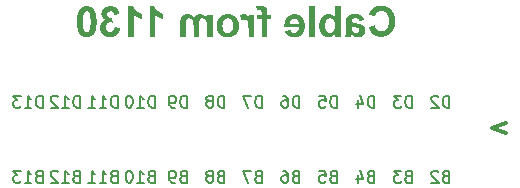
<source format=gbr>
%TF.GenerationSoftware,KiCad,Pcbnew,7.0.8*%
%TF.CreationDate,2025-04-10T16:12:06-04:00*%
%TF.ProjectId,2310interface,32333130-696e-4746-9572-666163652e6b,rev?*%
%TF.SameCoordinates,Original*%
%TF.FileFunction,Legend,Bot*%
%TF.FilePolarity,Positive*%
%FSLAX46Y46*%
G04 Gerber Fmt 4.6, Leading zero omitted, Abs format (unit mm)*
G04 Created by KiCad (PCBNEW 7.0.8) date 2025-04-10 16:12:06*
%MOMM*%
%LPD*%
G01*
G04 APERTURE LIST*
%ADD10C,0.300000*%
%ADD11C,0.150000*%
G04 APERTURE END LIST*
D10*
G36*
X99343508Y-99125597D02*
G01*
X98842863Y-99284413D01*
X98850224Y-99310644D01*
X98857883Y-99336450D01*
X98865840Y-99361830D01*
X98874096Y-99386785D01*
X98882649Y-99411315D01*
X98891500Y-99435419D01*
X98900649Y-99459098D01*
X98910097Y-99482352D01*
X98919842Y-99505181D01*
X98940227Y-99549562D01*
X98961805Y-99592242D01*
X98984575Y-99633221D01*
X99008537Y-99672498D01*
X99033691Y-99710075D01*
X99060038Y-99745950D01*
X99087577Y-99780124D01*
X99116308Y-99812597D01*
X99146231Y-99843368D01*
X99177347Y-99872439D01*
X99209655Y-99899808D01*
X99226256Y-99912855D01*
X99260244Y-99937721D01*
X99295360Y-99960982D01*
X99331606Y-99982640D01*
X99368982Y-100002693D01*
X99407486Y-100021142D01*
X99447120Y-100037987D01*
X99487883Y-100053227D01*
X99529776Y-100066863D01*
X99572797Y-100078895D01*
X99616948Y-100089323D01*
X99662229Y-100098146D01*
X99708638Y-100105365D01*
X99756177Y-100110980D01*
X99804845Y-100114991D01*
X99854642Y-100117397D01*
X99879964Y-100117999D01*
X99905569Y-100118200D01*
X99937225Y-100117863D01*
X99968527Y-100116852D01*
X99999476Y-100115168D01*
X100030071Y-100112810D01*
X100060312Y-100109778D01*
X100090199Y-100106073D01*
X100119732Y-100101694D01*
X100148912Y-100096641D01*
X100177737Y-100090915D01*
X100206209Y-100084515D01*
X100234327Y-100077441D01*
X100262092Y-100069694D01*
X100289502Y-100061273D01*
X100316559Y-100052178D01*
X100343262Y-100042409D01*
X100369611Y-100031967D01*
X100395606Y-100020851D01*
X100421247Y-100009062D01*
X100446535Y-99996598D01*
X100471469Y-99983461D01*
X100496049Y-99969651D01*
X100520275Y-99955166D01*
X100544148Y-99940008D01*
X100567666Y-99924177D01*
X100590831Y-99907671D01*
X100613642Y-99890492D01*
X100636099Y-99872639D01*
X100658202Y-99854113D01*
X100679952Y-99834913D01*
X100701348Y-99815039D01*
X100722390Y-99794491D01*
X100743078Y-99773270D01*
X100763230Y-99751465D01*
X100782743Y-99729165D01*
X100801616Y-99706371D01*
X100819849Y-99683083D01*
X100837443Y-99659300D01*
X100854397Y-99635023D01*
X100870710Y-99610251D01*
X100886385Y-99584986D01*
X100901419Y-99559225D01*
X100915814Y-99532971D01*
X100929569Y-99506222D01*
X100942684Y-99478979D01*
X100955159Y-99451241D01*
X100966995Y-99423009D01*
X100978191Y-99394283D01*
X100988747Y-99365062D01*
X100998663Y-99335347D01*
X101007940Y-99305138D01*
X101016577Y-99274434D01*
X101024574Y-99243236D01*
X101031931Y-99211543D01*
X101038648Y-99179356D01*
X101044726Y-99146675D01*
X101050164Y-99113499D01*
X101054962Y-99079829D01*
X101059121Y-99045665D01*
X101062640Y-99011006D01*
X101065519Y-98975853D01*
X101067758Y-98940206D01*
X101069357Y-98904064D01*
X101070317Y-98867428D01*
X101070637Y-98830297D01*
X101070315Y-98791024D01*
X101069350Y-98752304D01*
X101067741Y-98714136D01*
X101065489Y-98676521D01*
X101062594Y-98639459D01*
X101059055Y-98602948D01*
X101054873Y-98566991D01*
X101050048Y-98531586D01*
X101044579Y-98496733D01*
X101038467Y-98462433D01*
X101031711Y-98428686D01*
X101024312Y-98395491D01*
X101016269Y-98362848D01*
X101007584Y-98330758D01*
X100998254Y-98299221D01*
X100988282Y-98268236D01*
X100977666Y-98237803D01*
X100966406Y-98207924D01*
X100954503Y-98178596D01*
X100941957Y-98149821D01*
X100928767Y-98121599D01*
X100914934Y-98093929D01*
X100900458Y-98066812D01*
X100885338Y-98040247D01*
X100869575Y-98014235D01*
X100853168Y-97988775D01*
X100836118Y-97963868D01*
X100818424Y-97939514D01*
X100800088Y-97915711D01*
X100781107Y-97892462D01*
X100761484Y-97869765D01*
X100741217Y-97847620D01*
X100720387Y-97826094D01*
X100699152Y-97805250D01*
X100677513Y-97785091D01*
X100655469Y-97765614D01*
X100633020Y-97746821D01*
X100610167Y-97728712D01*
X100586909Y-97711285D01*
X100563246Y-97694542D01*
X100539178Y-97678483D01*
X100514706Y-97663107D01*
X100489829Y-97648414D01*
X100464548Y-97634405D01*
X100438862Y-97621079D01*
X100412771Y-97608436D01*
X100386275Y-97596477D01*
X100359375Y-97585201D01*
X100332070Y-97574608D01*
X100304360Y-97564699D01*
X100276245Y-97555474D01*
X100247726Y-97546931D01*
X100218802Y-97539072D01*
X100189474Y-97531897D01*
X100159740Y-97525405D01*
X100129603Y-97519596D01*
X100099060Y-97514471D01*
X100068113Y-97510029D01*
X100036760Y-97506270D01*
X100005004Y-97503195D01*
X99972842Y-97500803D01*
X99940276Y-97499095D01*
X99907305Y-97498069D01*
X99873930Y-97497728D01*
X99844751Y-97498015D01*
X99815917Y-97498876D01*
X99787429Y-97500312D01*
X99759286Y-97502322D01*
X99731488Y-97504907D01*
X99704036Y-97508066D01*
X99676929Y-97511799D01*
X99650168Y-97516106D01*
X99623751Y-97520988D01*
X99597680Y-97526444D01*
X99571955Y-97532475D01*
X99546574Y-97539080D01*
X99521539Y-97546259D01*
X99496850Y-97554012D01*
X99472505Y-97562340D01*
X99448506Y-97571242D01*
X99424853Y-97580719D01*
X99401544Y-97590770D01*
X99378581Y-97601395D01*
X99355964Y-97612594D01*
X99333691Y-97624368D01*
X99311764Y-97636716D01*
X99290182Y-97649639D01*
X99268946Y-97663136D01*
X99248055Y-97677207D01*
X99227509Y-97691852D01*
X99207309Y-97707072D01*
X99187454Y-97722866D01*
X99167944Y-97739235D01*
X99148779Y-97756178D01*
X99129960Y-97773695D01*
X99111487Y-97791786D01*
X99090035Y-97814168D01*
X99069262Y-97837733D01*
X99049168Y-97862480D01*
X99029752Y-97888410D01*
X99011015Y-97915522D01*
X98992956Y-97943817D01*
X98975576Y-97973295D01*
X98958874Y-98003955D01*
X98942851Y-98035798D01*
X98927506Y-98068823D01*
X98912840Y-98103031D01*
X98898852Y-98138422D01*
X98885543Y-98174995D01*
X98872913Y-98212751D01*
X98860961Y-98251689D01*
X98849688Y-98291810D01*
X99360878Y-98371218D01*
X99366924Y-98346270D01*
X99373741Y-98321986D01*
X99385411Y-98286804D01*
X99398816Y-98253117D01*
X99413954Y-98220923D01*
X99430826Y-98190223D01*
X99449431Y-98161018D01*
X99469771Y-98133306D01*
X99491845Y-98107089D01*
X99515652Y-98082365D01*
X99541194Y-98059135D01*
X99550093Y-98051724D01*
X99577625Y-98030770D01*
X99606247Y-98011877D01*
X99635959Y-97995045D01*
X99666763Y-97980274D01*
X99698656Y-97967564D01*
X99731640Y-97956916D01*
X99765715Y-97948328D01*
X99800880Y-97941801D01*
X99837136Y-97937336D01*
X99861912Y-97935504D01*
X99887173Y-97934588D01*
X99899986Y-97934473D01*
X99935085Y-97935263D01*
X99969351Y-97937633D01*
X100002784Y-97941583D01*
X100035383Y-97947113D01*
X100067148Y-97954223D01*
X100098080Y-97962913D01*
X100128178Y-97973184D01*
X100157442Y-97985034D01*
X100185873Y-97998464D01*
X100213470Y-98013474D01*
X100240233Y-98030064D01*
X100266163Y-98048235D01*
X100291259Y-98067985D01*
X100315522Y-98089315D01*
X100338951Y-98112226D01*
X100361546Y-98136716D01*
X100382956Y-98162978D01*
X100402985Y-98191202D01*
X100421633Y-98221390D01*
X100438899Y-98253541D01*
X100454784Y-98287654D01*
X100469288Y-98323730D01*
X100482410Y-98361770D01*
X100494151Y-98401772D01*
X100504511Y-98443737D01*
X100513490Y-98487665D01*
X100521087Y-98533556D01*
X100527303Y-98581410D01*
X100532137Y-98631227D01*
X100534037Y-98656871D01*
X100535591Y-98683006D01*
X100536799Y-98709632D01*
X100537663Y-98736749D01*
X100538181Y-98764356D01*
X100538353Y-98792454D01*
X100538183Y-98822234D01*
X100537672Y-98851472D01*
X100536821Y-98880171D01*
X100535629Y-98908329D01*
X100534097Y-98935947D01*
X100532225Y-98963024D01*
X100530012Y-98989561D01*
X100527458Y-99015557D01*
X100524564Y-99041013D01*
X100521329Y-99065929D01*
X100513839Y-99114139D01*
X100504986Y-99160187D01*
X100494772Y-99204074D01*
X100483196Y-99245799D01*
X100470257Y-99285363D01*
X100455957Y-99322765D01*
X100440295Y-99358005D01*
X100423271Y-99391084D01*
X100404885Y-99422001D01*
X100385137Y-99450756D01*
X100364027Y-99477350D01*
X100341827Y-99502066D01*
X100318808Y-99525187D01*
X100294969Y-99546714D01*
X100270312Y-99566646D01*
X100244835Y-99584983D01*
X100218539Y-99601726D01*
X100191425Y-99616874D01*
X100163491Y-99630428D01*
X100134738Y-99642387D01*
X100105165Y-99652752D01*
X100074774Y-99661522D01*
X100043564Y-99668698D01*
X100011535Y-99674279D01*
X99978686Y-99678265D01*
X99945019Y-99680657D01*
X99910532Y-99681454D01*
X99885012Y-99680931D01*
X99859942Y-99679360D01*
X99823183Y-99675042D01*
X99787438Y-99668368D01*
X99752707Y-99659339D01*
X99718991Y-99647954D01*
X99686288Y-99634213D01*
X99654600Y-99618118D01*
X99623926Y-99599666D01*
X99594266Y-99578859D01*
X99565620Y-99555697D01*
X99556297Y-99547453D01*
X99538090Y-99530102D01*
X99520538Y-99511549D01*
X99503640Y-99491793D01*
X99487396Y-99470836D01*
X99471807Y-99448677D01*
X99456872Y-99425316D01*
X99442591Y-99400753D01*
X99428964Y-99374988D01*
X99415992Y-99348021D01*
X99403674Y-99319852D01*
X99392011Y-99290481D01*
X99381002Y-99259908D01*
X99370647Y-99228133D01*
X99360946Y-99195156D01*
X99351900Y-99160977D01*
X99343508Y-99125597D01*
G37*
G36*
X97737744Y-98212896D02*
G01*
X97780798Y-98214379D01*
X97822465Y-98216851D01*
X97862746Y-98220312D01*
X97901640Y-98224761D01*
X97939149Y-98230199D01*
X97975271Y-98236626D01*
X98010008Y-98244041D01*
X98043358Y-98252445D01*
X98075322Y-98261838D01*
X98105899Y-98272220D01*
X98135091Y-98283590D01*
X98162896Y-98295949D01*
X98189316Y-98309297D01*
X98214349Y-98323633D01*
X98237996Y-98338959D01*
X98260451Y-98355311D01*
X98282062Y-98372731D01*
X98302830Y-98391216D01*
X98322755Y-98410767D01*
X98341836Y-98431385D01*
X98360075Y-98453069D01*
X98377469Y-98475820D01*
X98394021Y-98499636D01*
X98409729Y-98524519D01*
X98424594Y-98550468D01*
X98438615Y-98577484D01*
X98451793Y-98605566D01*
X98464128Y-98634714D01*
X98475620Y-98664928D01*
X98486268Y-98696209D01*
X98496073Y-98728555D01*
X98051263Y-98807964D01*
X98045493Y-98791681D01*
X98033298Y-98760992D01*
X98020232Y-98732804D01*
X98006293Y-98707116D01*
X97991481Y-98683929D01*
X97975797Y-98663244D01*
X97954965Y-98640904D01*
X97932771Y-98622471D01*
X97923320Y-98616085D01*
X97897741Y-98601924D01*
X97869376Y-98590337D01*
X97844677Y-98582922D01*
X97818195Y-98577154D01*
X97789929Y-98573035D01*
X97759879Y-98570563D01*
X97728046Y-98569739D01*
X97692845Y-98570279D01*
X97659824Y-98571898D01*
X97628985Y-98574597D01*
X97600326Y-98578376D01*
X97573849Y-98583234D01*
X97541938Y-98591391D01*
X97513905Y-98601467D01*
X97489749Y-98613463D01*
X97465006Y-98631156D01*
X97444811Y-98652379D01*
X97428038Y-98677660D01*
X97417085Y-98700808D01*
X97408322Y-98726554D01*
X97401750Y-98754897D01*
X97397368Y-98785838D01*
X97395520Y-98810749D01*
X97394904Y-98837121D01*
X97394904Y-98887372D01*
X97412323Y-98894465D01*
X97441541Y-98905241D01*
X97474467Y-98916181D01*
X97498478Y-98923565D01*
X97524136Y-98931021D01*
X97551442Y-98938551D01*
X97580397Y-98946153D01*
X97610999Y-98953827D01*
X97643248Y-98961575D01*
X97677146Y-98969395D01*
X97712692Y-98977288D01*
X97749885Y-98985253D01*
X97788727Y-98993292D01*
X97829216Y-99001402D01*
X97871353Y-99009586D01*
X97887172Y-99012704D01*
X97918109Y-99019039D01*
X97948110Y-99025504D01*
X97977175Y-99032101D01*
X98005306Y-99038828D01*
X98032500Y-99045686D01*
X98058760Y-99052675D01*
X98084084Y-99059795D01*
X98108472Y-99067045D01*
X98143301Y-99078167D01*
X98176026Y-99089583D01*
X98206645Y-99101293D01*
X98235160Y-99113297D01*
X98261570Y-99125597D01*
X98278241Y-99134124D01*
X98302364Y-99147779D01*
X98325430Y-99162470D01*
X98347439Y-99178197D01*
X98368389Y-99194960D01*
X98388282Y-99212759D01*
X98407117Y-99231594D01*
X98424894Y-99251465D01*
X98441613Y-99272371D01*
X98457274Y-99294314D01*
X98471878Y-99317293D01*
X98480968Y-99333016D01*
X98493503Y-99357109D01*
X98504719Y-99381812D01*
X98514616Y-99407126D01*
X98523192Y-99433051D01*
X98530450Y-99459587D01*
X98536388Y-99486733D01*
X98541006Y-99514490D01*
X98544305Y-99542858D01*
X98546284Y-99571837D01*
X98546944Y-99601426D01*
X98546299Y-99631264D01*
X98544365Y-99660449D01*
X98541142Y-99688979D01*
X98536630Y-99716854D01*
X98530828Y-99744076D01*
X98523738Y-99770643D01*
X98515358Y-99796556D01*
X98505689Y-99821814D01*
X98494730Y-99846419D01*
X98482483Y-99870369D01*
X98468946Y-99893664D01*
X98454120Y-99916306D01*
X98438005Y-99938293D01*
X98420600Y-99959625D01*
X98401906Y-99980304D01*
X98381923Y-100000328D01*
X98360823Y-100019409D01*
X98338778Y-100037260D01*
X98315788Y-100053879D01*
X98291852Y-100069267D01*
X98266972Y-100083424D01*
X98241146Y-100096351D01*
X98214376Y-100108046D01*
X98186660Y-100118510D01*
X98157999Y-100127743D01*
X98128393Y-100135745D01*
X98097842Y-100142515D01*
X98066345Y-100148055D01*
X98033904Y-100152364D01*
X98000518Y-100155441D01*
X97966186Y-100157288D01*
X97930909Y-100157904D01*
X97910670Y-100157659D01*
X97880601Y-100156374D01*
X97850881Y-100153987D01*
X97821510Y-100150500D01*
X97792488Y-100145910D01*
X97763815Y-100140220D01*
X97735491Y-100133428D01*
X97707516Y-100125534D01*
X97679890Y-100116540D01*
X97652612Y-100106443D01*
X97625684Y-100095246D01*
X97607839Y-100087166D01*
X97581325Y-100074120D01*
X97555116Y-100059962D01*
X97529213Y-100044691D01*
X97503615Y-100028308D01*
X97478323Y-100010813D01*
X97453336Y-99992205D01*
X97428654Y-99972485D01*
X97404277Y-99951653D01*
X97380206Y-99929708D01*
X97356441Y-99906651D01*
X97353060Y-99917431D01*
X97346098Y-99941491D01*
X97339070Y-99966828D01*
X97333912Y-99985235D01*
X97325654Y-100013976D01*
X97317821Y-100040294D01*
X97308980Y-100068676D01*
X97300751Y-100093569D01*
X97291921Y-100118200D01*
X96807407Y-100118200D01*
X96811400Y-100109880D01*
X96822897Y-100085116D01*
X96833675Y-100060647D01*
X96843733Y-100036472D01*
X96853071Y-100012592D01*
X96861690Y-99989006D01*
X96872062Y-99958016D01*
X96881154Y-99927550D01*
X96888967Y-99897607D01*
X96895501Y-99868188D01*
X96898355Y-99853105D01*
X96902292Y-99828590D01*
X96905814Y-99801807D01*
X96908922Y-99772756D01*
X96911616Y-99741437D01*
X96913895Y-99707849D01*
X96915760Y-99671993D01*
X96916773Y-99646829D01*
X96917601Y-99620657D01*
X96918246Y-99593477D01*
X96918707Y-99565289D01*
X96918983Y-99536092D01*
X96919075Y-99505888D01*
X96916542Y-99244709D01*
X97394904Y-99244709D01*
X97394904Y-99337145D01*
X97395073Y-99367603D01*
X97395580Y-99396163D01*
X97396425Y-99422826D01*
X97398078Y-99455425D01*
X97400332Y-99484651D01*
X97403186Y-99510503D01*
X97407600Y-99538074D01*
X97414136Y-99564203D01*
X97424344Y-99591841D01*
X97437521Y-99618147D01*
X97453666Y-99643119D01*
X97472781Y-99666759D01*
X97490209Y-99684711D01*
X97509538Y-99701810D01*
X97530766Y-99718056D01*
X97538301Y-99723133D01*
X97561049Y-99737395D01*
X97584015Y-99750206D01*
X97607199Y-99761568D01*
X97630601Y-99771479D01*
X97654221Y-99779939D01*
X97686054Y-99788964D01*
X97718275Y-99795410D01*
X97750884Y-99799277D01*
X97783880Y-99800567D01*
X97812854Y-99799462D01*
X97840528Y-99796146D01*
X97866904Y-99790621D01*
X97891981Y-99782886D01*
X97915759Y-99772940D01*
X97938238Y-99760785D01*
X97959418Y-99746419D01*
X97979299Y-99729844D01*
X97993047Y-99716232D01*
X98009273Y-99697354D01*
X98026176Y-99672585D01*
X98039323Y-99646513D01*
X98048713Y-99619138D01*
X98054348Y-99590461D01*
X98056226Y-99560481D01*
X98053878Y-99530310D01*
X98046835Y-99501836D01*
X98035097Y-99475058D01*
X98018664Y-99449976D01*
X98002136Y-99431132D01*
X97982604Y-99413374D01*
X97960067Y-99396701D01*
X97951682Y-99391733D01*
X97925886Y-99379271D01*
X97900276Y-99369258D01*
X97870246Y-99359206D01*
X97844823Y-99351642D01*
X97816913Y-99344055D01*
X97786517Y-99336447D01*
X97753634Y-99328817D01*
X97718266Y-99321166D01*
X97693305Y-99316052D01*
X97668221Y-99310903D01*
X97632203Y-99303351D01*
X97598116Y-99296006D01*
X97565959Y-99288869D01*
X97535732Y-99281939D01*
X97507435Y-99275216D01*
X97481068Y-99268700D01*
X97448915Y-99260335D01*
X97420194Y-99252338D01*
X97394904Y-99244709D01*
X96916542Y-99244709D01*
X96913491Y-98930178D01*
X96913748Y-98890796D01*
X96914519Y-98852989D01*
X96915803Y-98816758D01*
X96917601Y-98782102D01*
X96919913Y-98749021D01*
X96922739Y-98717515D01*
X96926078Y-98687584D01*
X96929931Y-98659228D01*
X96934298Y-98632448D01*
X96939179Y-98607243D01*
X96947463Y-98572388D01*
X96956903Y-98541078D01*
X96967499Y-98513312D01*
X96979251Y-98489090D01*
X96987767Y-98474211D01*
X97001940Y-98452510D01*
X97017792Y-98431550D01*
X97035324Y-98411332D01*
X97054535Y-98391856D01*
X97075426Y-98373121D01*
X97097995Y-98355127D01*
X97122245Y-98337876D01*
X97148173Y-98321365D01*
X97175781Y-98305597D01*
X97205069Y-98290569D01*
X97236557Y-98276600D01*
X97271001Y-98264005D01*
X97295605Y-98256371D01*
X97321523Y-98249348D01*
X97348754Y-98242936D01*
X97377298Y-98237135D01*
X97407156Y-98231944D01*
X97438328Y-98227364D01*
X97470813Y-98223394D01*
X97504611Y-98220035D01*
X97539723Y-98217287D01*
X97576148Y-98215150D01*
X97613887Y-98213623D01*
X97652939Y-98212707D01*
X97693305Y-98212402D01*
X97737744Y-98212896D01*
G37*
G36*
X96460616Y-100118200D02*
G01*
X96005260Y-100118200D01*
X96005260Y-99845854D01*
X95991134Y-99865015D01*
X95969319Y-99892622D01*
X95946751Y-99918865D01*
X95923430Y-99943745D01*
X95899357Y-99967261D01*
X95874532Y-99989415D01*
X95848954Y-100010205D01*
X95822624Y-100029633D01*
X95795541Y-100047697D01*
X95767706Y-100064398D01*
X95739118Y-100079736D01*
X95719792Y-100089202D01*
X95690739Y-100102255D01*
X95661610Y-100113934D01*
X95632404Y-100124240D01*
X95603122Y-100133171D01*
X95573764Y-100140728D01*
X95544330Y-100146911D01*
X95514819Y-100151720D01*
X95485231Y-100155156D01*
X95455568Y-100157217D01*
X95425828Y-100157904D01*
X95385881Y-100156898D01*
X95346691Y-100153881D01*
X95308257Y-100148852D01*
X95270579Y-100141813D01*
X95233656Y-100132761D01*
X95197490Y-100121699D01*
X95162080Y-100108625D01*
X95127427Y-100093540D01*
X95093529Y-100076443D01*
X95060387Y-100057335D01*
X95028001Y-100036215D01*
X94996372Y-100013084D01*
X94965499Y-99987942D01*
X94935381Y-99960789D01*
X94906020Y-99931624D01*
X94877415Y-99900447D01*
X94863522Y-99884104D01*
X94837059Y-99850139D01*
X94812360Y-99814467D01*
X94789425Y-99777089D01*
X94768255Y-99738005D01*
X94748849Y-99697216D01*
X94731207Y-99654720D01*
X94715329Y-99610518D01*
X94701216Y-99564610D01*
X94688866Y-99516996D01*
X94683353Y-99492549D01*
X94678281Y-99467676D01*
X94673650Y-99442376D01*
X94669460Y-99416650D01*
X94665711Y-99390497D01*
X94662403Y-99363918D01*
X94659536Y-99336912D01*
X94657111Y-99309480D01*
X94655126Y-99281621D01*
X94653582Y-99253336D01*
X94652480Y-99224624D01*
X94651851Y-99196940D01*
X95154103Y-99196940D01*
X95154549Y-99235372D01*
X95155886Y-99272500D01*
X95158116Y-99308324D01*
X95161237Y-99342845D01*
X95165250Y-99376062D01*
X95170155Y-99407975D01*
X95175952Y-99438584D01*
X95182640Y-99467889D01*
X95190220Y-99495891D01*
X95198692Y-99522589D01*
X95208056Y-99547984D01*
X95218312Y-99572074D01*
X95229459Y-99594861D01*
X95247852Y-99626596D01*
X95268252Y-99655398D01*
X95282710Y-99672977D01*
X95305105Y-99697219D01*
X95328351Y-99718909D01*
X95352448Y-99738048D01*
X95377395Y-99754634D01*
X95403193Y-99768669D01*
X95429841Y-99780152D01*
X95457340Y-99789084D01*
X95485689Y-99795463D01*
X95514889Y-99799291D01*
X95544940Y-99800567D01*
X95558042Y-99800367D01*
X95583759Y-99798767D01*
X95608826Y-99795568D01*
X95633243Y-99790770D01*
X95668652Y-99780574D01*
X95702600Y-99766779D01*
X95735086Y-99749385D01*
X95755931Y-99735790D01*
X95776127Y-99720596D01*
X95795674Y-99703802D01*
X95814571Y-99685409D01*
X95832819Y-99665416D01*
X95850418Y-99643824D01*
X95867367Y-99620633D01*
X95883666Y-99595842D01*
X95894634Y-99577161D01*
X95909759Y-99546839D01*
X95923293Y-99513759D01*
X95931430Y-99490172D01*
X95938860Y-99465360D01*
X95945582Y-99439321D01*
X95951597Y-99412056D01*
X95956904Y-99383564D01*
X95961504Y-99353847D01*
X95965396Y-99322903D01*
X95968580Y-99290733D01*
X95971057Y-99257337D01*
X95972826Y-99222715D01*
X95973887Y-99186866D01*
X95974241Y-99149791D01*
X95974127Y-99131636D01*
X95973216Y-99096202D01*
X95971394Y-99061936D01*
X95968660Y-99028838D01*
X95965015Y-98996908D01*
X95960459Y-98966146D01*
X95954992Y-98936552D01*
X95948614Y-98908126D01*
X95941325Y-98880868D01*
X95933124Y-98854778D01*
X95924012Y-98829857D01*
X95913989Y-98806103D01*
X95897246Y-98772663D01*
X95878453Y-98741850D01*
X95857610Y-98713666D01*
X95842723Y-98696238D01*
X95819530Y-98672203D01*
X95795301Y-98650698D01*
X95770036Y-98631723D01*
X95743735Y-98615278D01*
X95716397Y-98601364D01*
X95688024Y-98589979D01*
X95658615Y-98581124D01*
X95628170Y-98574799D01*
X95596689Y-98571004D01*
X95564172Y-98569739D01*
X95541938Y-98570316D01*
X95509541Y-98573344D01*
X95478288Y-98578967D01*
X95448181Y-98587186D01*
X95419219Y-98598000D01*
X95391402Y-98611410D01*
X95364730Y-98627415D01*
X95339203Y-98646015D01*
X95314822Y-98667211D01*
X95291585Y-98691002D01*
X95269493Y-98717389D01*
X95262394Y-98726759D01*
X95242448Y-98757044D01*
X95230278Y-98779046D01*
X95219010Y-98802497D01*
X95208643Y-98827396D01*
X95199177Y-98853746D01*
X95190613Y-98881544D01*
X95182950Y-98910791D01*
X95176189Y-98941488D01*
X95170330Y-98973633D01*
X95165371Y-99007228D01*
X95161315Y-99042272D01*
X95158159Y-99078765D01*
X95155906Y-99116708D01*
X95154554Y-99156099D01*
X95154103Y-99196940D01*
X94651851Y-99196940D01*
X94651818Y-99195486D01*
X94651598Y-99165921D01*
X94651814Y-99137322D01*
X94652463Y-99109142D01*
X94653544Y-99081381D01*
X94655058Y-99054040D01*
X94657005Y-99027118D01*
X94659384Y-99000615D01*
X94662195Y-98974531D01*
X94665440Y-98948867D01*
X94669117Y-98923622D01*
X94673226Y-98898796D01*
X94682742Y-98850401D01*
X94693989Y-98803684D01*
X94706966Y-98758644D01*
X94721673Y-98715280D01*
X94738111Y-98673594D01*
X94756279Y-98633584D01*
X94776177Y-98595252D01*
X94797805Y-98558596D01*
X94821164Y-98523618D01*
X94846253Y-98490316D01*
X94873072Y-98458691D01*
X94901214Y-98428867D01*
X94930273Y-98400967D01*
X94960247Y-98374991D01*
X94991138Y-98350940D01*
X95022944Y-98328812D01*
X95055666Y-98308609D01*
X95089305Y-98290329D01*
X95123859Y-98273974D01*
X95159330Y-98259543D01*
X95195716Y-98247036D01*
X95233019Y-98236454D01*
X95271238Y-98227795D01*
X95310372Y-98221060D01*
X95350423Y-98216250D01*
X95391390Y-98213364D01*
X95433272Y-98212402D01*
X95471721Y-98213410D01*
X95509521Y-98216434D01*
X95546670Y-98221475D01*
X95583171Y-98228532D01*
X95619022Y-98237605D01*
X95654223Y-98248694D01*
X95688776Y-98261799D01*
X95722678Y-98276921D01*
X95755931Y-98294059D01*
X95788535Y-98313213D01*
X95820489Y-98334383D01*
X95851794Y-98357570D01*
X95882449Y-98382773D01*
X95912455Y-98409992D01*
X95941812Y-98439227D01*
X95970519Y-98470479D01*
X95970519Y-97537432D01*
X96460616Y-97537432D01*
X96460616Y-100118200D01*
G37*
G36*
X94268825Y-100118200D02*
G01*
X94268825Y-97537432D01*
X93778107Y-97537432D01*
X93778107Y-100118200D01*
X94268825Y-100118200D01*
G37*
G36*
X92619519Y-98213427D02*
G01*
X92664085Y-98216502D01*
X92707652Y-98221628D01*
X92750220Y-98228803D01*
X92791790Y-98238029D01*
X92832362Y-98249305D01*
X92871935Y-98262631D01*
X92910510Y-98278007D01*
X92948086Y-98295433D01*
X92984664Y-98314909D01*
X93020244Y-98336436D01*
X93054825Y-98360013D01*
X93088408Y-98385640D01*
X93120992Y-98413317D01*
X93152578Y-98443044D01*
X93183166Y-98474821D01*
X93212314Y-98508331D01*
X93239581Y-98543412D01*
X93264968Y-98580062D01*
X93288475Y-98618283D01*
X93310101Y-98658075D01*
X93329846Y-98699436D01*
X93347711Y-98742368D01*
X93363695Y-98786871D01*
X93377799Y-98832943D01*
X93390022Y-98880586D01*
X93395429Y-98904997D01*
X93400365Y-98929800D01*
X93404832Y-98954995D01*
X93408828Y-98980583D01*
X93412354Y-99006564D01*
X93415409Y-99032937D01*
X93417995Y-99059703D01*
X93420111Y-99086862D01*
X93421756Y-99114413D01*
X93422932Y-99142356D01*
X93423637Y-99170693D01*
X93423872Y-99199421D01*
X93423157Y-99247292D01*
X93421012Y-99294126D01*
X93417438Y-99339922D01*
X93412434Y-99384681D01*
X93406000Y-99428403D01*
X93398136Y-99471088D01*
X93388842Y-99512736D01*
X93378119Y-99553346D01*
X93365966Y-99592920D01*
X93352383Y-99631456D01*
X93337370Y-99668955D01*
X93320928Y-99705416D01*
X93303056Y-99740841D01*
X93283754Y-99775228D01*
X93263022Y-99808578D01*
X93240861Y-99840891D01*
X93210874Y-99879279D01*
X93178920Y-99915191D01*
X93144998Y-99948626D01*
X93109108Y-99979584D01*
X93071251Y-100008066D01*
X93031425Y-100034071D01*
X92989632Y-100057599D01*
X92945871Y-100078650D01*
X92900143Y-100097225D01*
X92876541Y-100105584D01*
X92852447Y-100113324D01*
X92827861Y-100120444D01*
X92802783Y-100126945D01*
X92777213Y-100132827D01*
X92751151Y-100138090D01*
X92724597Y-100142734D01*
X92697551Y-100146759D01*
X92670013Y-100150164D01*
X92641984Y-100152950D01*
X92613462Y-100155117D01*
X92584449Y-100156665D01*
X92554943Y-100157594D01*
X92524946Y-100157904D01*
X92487192Y-100157390D01*
X92450239Y-100155849D01*
X92414085Y-100153280D01*
X92378731Y-100149684D01*
X92344176Y-100145060D01*
X92310421Y-100139409D01*
X92277466Y-100132730D01*
X92245311Y-100125024D01*
X92213955Y-100116290D01*
X92183399Y-100106529D01*
X92153643Y-100095740D01*
X92124686Y-100083924D01*
X92096530Y-100071080D01*
X92069172Y-100057209D01*
X92042615Y-100042310D01*
X92016857Y-100026384D01*
X91991848Y-100009396D01*
X91967692Y-99991468D01*
X91944389Y-99972600D01*
X91921939Y-99952792D01*
X91900343Y-99932043D01*
X91879599Y-99910354D01*
X91859708Y-99887725D01*
X91840670Y-99864155D01*
X91822485Y-99839645D01*
X91805154Y-99814195D01*
X91788675Y-99787805D01*
X91773049Y-99760475D01*
X91758276Y-99732204D01*
X91744357Y-99702993D01*
X91731290Y-99672842D01*
X91719076Y-99641750D01*
X92207933Y-99562342D01*
X92215832Y-99585233D01*
X92227416Y-99613873D01*
X92240201Y-99640360D01*
X92254189Y-99664695D01*
X92269378Y-99686878D01*
X92285770Y-99706910D01*
X92303363Y-99724789D01*
X92327046Y-99744112D01*
X92336959Y-99750949D01*
X92362995Y-99766110D01*
X92390818Y-99778514D01*
X92414364Y-99786453D01*
X92439053Y-99792628D01*
X92464886Y-99797038D01*
X92491862Y-99799684D01*
X92519983Y-99800567D01*
X92540935Y-99800077D01*
X92571546Y-99797507D01*
X92601175Y-99792734D01*
X92629822Y-99785759D01*
X92657488Y-99776580D01*
X92684173Y-99765199D01*
X92709876Y-99751615D01*
X92734598Y-99735828D01*
X92758338Y-99717838D01*
X92781097Y-99697646D01*
X92802875Y-99675250D01*
X92809864Y-99667320D01*
X92829560Y-99642351D01*
X92847348Y-99615616D01*
X92863228Y-99587113D01*
X92877199Y-99556844D01*
X92889262Y-99524809D01*
X92899416Y-99491007D01*
X92907663Y-99455438D01*
X92912100Y-99430744D01*
X92915689Y-99405265D01*
X92918429Y-99379001D01*
X92920322Y-99351952D01*
X92921367Y-99324117D01*
X91693020Y-99324117D01*
X91692605Y-99289117D01*
X91692679Y-99254686D01*
X91693240Y-99220823D01*
X91694290Y-99187528D01*
X91695828Y-99154801D01*
X91697855Y-99122643D01*
X91700370Y-99091052D01*
X91703373Y-99060030D01*
X91706864Y-99029577D01*
X91709939Y-99006484D01*
X92180016Y-99006484D01*
X92912681Y-99006484D01*
X92912497Y-98981609D01*
X92910658Y-98945522D01*
X92906943Y-98910907D01*
X92901352Y-98877765D01*
X92893886Y-98846095D01*
X92884544Y-98815897D01*
X92873326Y-98787171D01*
X92860233Y-98759918D01*
X92845264Y-98734136D01*
X92828419Y-98709827D01*
X92809699Y-98686990D01*
X92796378Y-98672792D01*
X92775587Y-98653212D01*
X92753826Y-98635693D01*
X92731094Y-98620235D01*
X92707392Y-98606838D01*
X92682720Y-98595502D01*
X92657076Y-98586227D01*
X92630463Y-98579014D01*
X92602878Y-98573861D01*
X92574323Y-98570769D01*
X92544798Y-98569739D01*
X92526208Y-98570175D01*
X92498987Y-98572465D01*
X92472563Y-98576718D01*
X92446934Y-98582934D01*
X92422101Y-98591113D01*
X92398065Y-98601255D01*
X92374824Y-98613359D01*
X92352380Y-98627427D01*
X92330731Y-98643457D01*
X92309879Y-98661450D01*
X92289823Y-98681407D01*
X92277108Y-98695690D01*
X92259498Y-98718623D01*
X92243644Y-98743367D01*
X92229545Y-98769921D01*
X92217203Y-98798285D01*
X92206616Y-98828459D01*
X92197784Y-98860444D01*
X92190709Y-98894238D01*
X92185389Y-98929843D01*
X92182818Y-98954586D01*
X92181027Y-98980133D01*
X92180016Y-99006484D01*
X91709939Y-99006484D01*
X91710844Y-98999692D01*
X91715312Y-98970375D01*
X91720269Y-98941626D01*
X91725713Y-98913445D01*
X91731646Y-98885833D01*
X91738067Y-98858789D01*
X91744977Y-98832313D01*
X91752375Y-98806406D01*
X91760261Y-98781067D01*
X91768636Y-98756296D01*
X91777498Y-98732093D01*
X91786849Y-98708459D01*
X91796689Y-98685393D01*
X91817832Y-98640966D01*
X91840929Y-98598812D01*
X91865980Y-98558931D01*
X91892983Y-98521323D01*
X91921939Y-98485988D01*
X91937038Y-98469156D01*
X91968255Y-98437095D01*
X92000835Y-98407172D01*
X92034776Y-98379386D01*
X92070079Y-98353737D01*
X92106745Y-98330226D01*
X92144772Y-98308852D01*
X92184161Y-98289615D01*
X92224912Y-98272516D01*
X92267025Y-98257554D01*
X92310500Y-98244730D01*
X92355336Y-98234043D01*
X92401535Y-98225493D01*
X92449096Y-98219081D01*
X92498018Y-98214806D01*
X92522990Y-98213471D01*
X92548303Y-98212669D01*
X92573956Y-98212402D01*
X92619519Y-98213427D01*
G37*
G36*
X90529814Y-98252106D02*
G01*
X90258089Y-98252106D01*
X90258089Y-98111280D01*
X90257895Y-98082280D01*
X90257313Y-98054215D01*
X90256344Y-98027086D01*
X90254987Y-98000892D01*
X90253242Y-97975634D01*
X90249898Y-97939500D01*
X90245681Y-97905470D01*
X90240592Y-97873546D01*
X90234631Y-97843726D01*
X90227797Y-97816011D01*
X90220091Y-97790400D01*
X90211512Y-97766894D01*
X90208459Y-97759527D01*
X90194743Y-97731203D01*
X90178409Y-97704236D01*
X90159459Y-97678626D01*
X90137891Y-97654373D01*
X90119997Y-97637074D01*
X90100632Y-97620538D01*
X90079794Y-97604766D01*
X90057484Y-97589757D01*
X90033702Y-97575511D01*
X90025448Y-97570932D01*
X89999706Y-97557850D01*
X89972732Y-97546054D01*
X89944527Y-97535545D01*
X89915088Y-97526323D01*
X89884418Y-97518388D01*
X89852515Y-97511740D01*
X89819380Y-97506378D01*
X89785013Y-97502303D01*
X89749413Y-97499515D01*
X89712581Y-97498014D01*
X89687342Y-97497728D01*
X89661240Y-97497960D01*
X89635201Y-97498658D01*
X89609226Y-97499822D01*
X89583313Y-97501450D01*
X89557463Y-97503544D01*
X89531676Y-97506103D01*
X89505952Y-97509127D01*
X89480291Y-97512617D01*
X89454694Y-97516572D01*
X89429159Y-97520992D01*
X89403687Y-97525877D01*
X89378278Y-97531228D01*
X89352932Y-97537044D01*
X89327650Y-97543325D01*
X89302430Y-97550072D01*
X89277273Y-97557284D01*
X89343653Y-97882982D01*
X89372685Y-97876439D01*
X89401465Y-97870768D01*
X89429992Y-97865970D01*
X89458268Y-97862044D01*
X89486292Y-97858991D01*
X89514063Y-97856810D01*
X89541583Y-97855501D01*
X89568850Y-97855065D01*
X89594441Y-97855898D01*
X89623812Y-97859285D01*
X89650275Y-97865277D01*
X89673830Y-97873874D01*
X89698257Y-97887629D01*
X89718497Y-97905135D01*
X89721463Y-97908417D01*
X89737064Y-97931660D01*
X89747600Y-97956326D01*
X89755894Y-97985809D01*
X89760915Y-98012863D01*
X89764502Y-98043000D01*
X89766653Y-98076219D01*
X89767326Y-98103157D01*
X89767371Y-98112521D01*
X89767371Y-98252106D01*
X89401348Y-98252106D01*
X89401348Y-98609443D01*
X89767371Y-98609443D01*
X89767371Y-100118200D01*
X90258089Y-100118200D01*
X90258089Y-98609443D01*
X90529814Y-98609443D01*
X90529814Y-98252106D01*
G37*
G36*
X88662480Y-100118200D02*
G01*
X89152577Y-100118200D01*
X89152577Y-98252106D01*
X88697221Y-98252106D01*
X88697221Y-98515766D01*
X88682734Y-98492926D01*
X88668431Y-98471089D01*
X88654313Y-98450256D01*
X88633481Y-98420887D01*
X88613063Y-98393775D01*
X88593059Y-98368920D01*
X88573470Y-98346323D01*
X88554295Y-98325984D01*
X88535535Y-98307901D01*
X88511166Y-98287303D01*
X88487533Y-98270717D01*
X88463717Y-98257050D01*
X88439105Y-98245204D01*
X88413699Y-98235181D01*
X88387498Y-98226981D01*
X88360501Y-98220602D01*
X88332711Y-98216047D01*
X88304125Y-98213313D01*
X88274744Y-98212402D01*
X88243447Y-98213285D01*
X88212367Y-98215935D01*
X88181506Y-98220352D01*
X88150863Y-98226535D01*
X88120437Y-98234485D01*
X88090230Y-98244201D01*
X88060242Y-98255684D01*
X88030471Y-98268934D01*
X88000918Y-98283950D01*
X87971583Y-98300733D01*
X87952148Y-98312903D01*
X88104140Y-98769500D01*
X88127246Y-98755087D01*
X88150036Y-98742092D01*
X88172510Y-98730515D01*
X88201982Y-98717283D01*
X88230893Y-98706572D01*
X88259241Y-98698381D01*
X88287027Y-98692710D01*
X88314251Y-98689560D01*
X88334300Y-98688851D01*
X88359561Y-98689724D01*
X88389774Y-98693268D01*
X88418473Y-98699538D01*
X88445657Y-98708535D01*
X88471326Y-98720258D01*
X88495481Y-98734707D01*
X88509247Y-98744685D01*
X88530799Y-98764329D01*
X88546973Y-98783207D01*
X88562196Y-98804896D01*
X88576470Y-98829396D01*
X88589793Y-98856707D01*
X88602167Y-98886830D01*
X88610824Y-98911266D01*
X88618946Y-98937284D01*
X88621535Y-98946308D01*
X88628852Y-98976335D01*
X88635450Y-99011978D01*
X88639448Y-99038860D01*
X88643127Y-99068238D01*
X88646486Y-99100113D01*
X88649524Y-99134483D01*
X88652243Y-99171349D01*
X88654643Y-99210712D01*
X88656722Y-99252570D01*
X88658481Y-99296925D01*
X88659921Y-99343775D01*
X88661040Y-99393122D01*
X88661480Y-99418731D01*
X88661840Y-99444965D01*
X88662120Y-99471822D01*
X88662320Y-99499303D01*
X88662440Y-99527409D01*
X88662480Y-99556138D01*
X88662480Y-100118200D01*
G37*
G36*
X86942441Y-98212874D02*
G01*
X86975811Y-98214292D01*
X87008783Y-98216655D01*
X87041357Y-98219963D01*
X87073535Y-98224216D01*
X87105314Y-98229414D01*
X87136697Y-98235557D01*
X87167682Y-98242645D01*
X87198269Y-98250679D01*
X87228459Y-98259657D01*
X87258252Y-98269581D01*
X87287647Y-98280449D01*
X87316645Y-98292263D01*
X87345245Y-98305022D01*
X87373448Y-98318726D01*
X87401254Y-98333375D01*
X87428468Y-98348921D01*
X87454897Y-98365315D01*
X87480541Y-98382557D01*
X87505399Y-98400647D01*
X87529473Y-98419586D01*
X87552761Y-98439373D01*
X87575264Y-98460007D01*
X87596982Y-98481490D01*
X87617915Y-98503821D01*
X87638063Y-98527001D01*
X87657426Y-98551028D01*
X87676003Y-98575904D01*
X87693795Y-98601628D01*
X87710802Y-98628200D01*
X87727024Y-98655620D01*
X87742461Y-98683888D01*
X87757035Y-98712644D01*
X87770669Y-98741525D01*
X87783362Y-98770533D01*
X87795115Y-98799666D01*
X87805928Y-98828926D01*
X87815801Y-98858311D01*
X87824733Y-98887823D01*
X87832726Y-98917460D01*
X87839778Y-98947224D01*
X87845889Y-98977113D01*
X87851061Y-99007129D01*
X87855292Y-99037270D01*
X87858583Y-99067538D01*
X87860933Y-99097932D01*
X87862344Y-99128451D01*
X87862814Y-99159097D01*
X87862344Y-99198808D01*
X87860933Y-99237759D01*
X87858583Y-99275948D01*
X87855292Y-99313377D01*
X87851061Y-99350045D01*
X87845889Y-99385951D01*
X87839778Y-99421097D01*
X87832726Y-99455482D01*
X87824733Y-99489106D01*
X87815801Y-99521969D01*
X87805928Y-99554071D01*
X87795115Y-99585412D01*
X87783362Y-99615992D01*
X87770669Y-99645812D01*
X87757035Y-99674870D01*
X87742461Y-99703167D01*
X87726985Y-99730665D01*
X87710647Y-99757324D01*
X87693446Y-99783145D01*
X87675383Y-99808127D01*
X87656456Y-99832271D01*
X87636667Y-99855577D01*
X87616015Y-99878043D01*
X87594501Y-99899672D01*
X87572124Y-99920462D01*
X87548884Y-99940413D01*
X87524781Y-99959526D01*
X87499816Y-99977800D01*
X87473988Y-99995236D01*
X87447297Y-100011834D01*
X87419744Y-100027593D01*
X87391327Y-100042514D01*
X87362310Y-100056487D01*
X87333109Y-100069558D01*
X87303723Y-100081728D01*
X87274154Y-100092997D01*
X87244400Y-100103364D01*
X87214462Y-100112829D01*
X87184340Y-100121393D01*
X87154033Y-100129056D01*
X87123543Y-100135817D01*
X87092868Y-100141677D01*
X87062009Y-100146635D01*
X87030966Y-100150692D01*
X86999739Y-100153847D01*
X86968327Y-100156101D01*
X86936732Y-100157453D01*
X86904952Y-100157904D01*
X86879382Y-100157632D01*
X86854086Y-100156818D01*
X86829064Y-100155461D01*
X86804315Y-100153561D01*
X86755640Y-100148133D01*
X86708060Y-100140533D01*
X86661575Y-100130762D01*
X86616186Y-100118820D01*
X86571892Y-100104706D01*
X86528693Y-100088421D01*
X86486590Y-100069965D01*
X86445582Y-100049338D01*
X86405670Y-100026539D01*
X86366853Y-100001569D01*
X86329131Y-99974427D01*
X86292504Y-99945114D01*
X86256973Y-99913630D01*
X86222538Y-99879975D01*
X86189633Y-99844671D01*
X86158852Y-99808244D01*
X86130193Y-99770692D01*
X86103658Y-99732015D01*
X86079245Y-99692214D01*
X86056955Y-99651288D01*
X86036788Y-99609238D01*
X86018744Y-99566064D01*
X86002822Y-99521765D01*
X85989024Y-99476342D01*
X85977348Y-99429794D01*
X85967795Y-99382122D01*
X85960365Y-99333326D01*
X85957446Y-99308506D01*
X85955058Y-99283405D01*
X85953201Y-99258023D01*
X85951874Y-99232360D01*
X85951078Y-99206415D01*
X85950825Y-99181430D01*
X86455179Y-99181430D01*
X86455688Y-99218636D01*
X86457214Y-99254722D01*
X86459759Y-99289689D01*
X86463321Y-99323536D01*
X86467901Y-99356263D01*
X86473499Y-99387871D01*
X86480115Y-99418359D01*
X86487749Y-99447727D01*
X86496400Y-99475976D01*
X86506069Y-99503106D01*
X86516756Y-99529115D01*
X86528461Y-99554006D01*
X86541183Y-99577776D01*
X86554924Y-99600427D01*
X86569682Y-99621959D01*
X86585458Y-99642370D01*
X86601908Y-99661527D01*
X86627491Y-99687945D01*
X86654165Y-99711581D01*
X86681929Y-99732437D01*
X86710784Y-99750512D01*
X86740729Y-99765807D01*
X86771765Y-99778320D01*
X86803891Y-99788053D01*
X86837108Y-99795005D01*
X86871415Y-99799176D01*
X86906813Y-99800567D01*
X86942222Y-99799176D01*
X86976562Y-99795005D01*
X87009833Y-99788053D01*
X87042036Y-99778320D01*
X87073170Y-99765807D01*
X87103235Y-99750512D01*
X87132232Y-99732437D01*
X87160160Y-99711581D01*
X87187019Y-99687945D01*
X87212809Y-99661527D01*
X87229409Y-99642370D01*
X87245260Y-99621973D01*
X87260089Y-99600485D01*
X87273895Y-99577907D01*
X87286678Y-99554238D01*
X87298438Y-99529479D01*
X87309176Y-99503629D01*
X87318891Y-99476689D01*
X87327584Y-99448658D01*
X87335254Y-99419536D01*
X87341901Y-99389325D01*
X87347525Y-99358022D01*
X87352127Y-99325629D01*
X87355707Y-99292146D01*
X87358263Y-99257572D01*
X87359797Y-99221908D01*
X87360309Y-99185153D01*
X87359797Y-99148400D01*
X87358263Y-99112743D01*
X87355707Y-99078181D01*
X87352127Y-99044715D01*
X87347525Y-99012344D01*
X87341901Y-98981068D01*
X87335254Y-98950888D01*
X87327584Y-98921803D01*
X87318891Y-98893813D01*
X87309176Y-98866919D01*
X87298438Y-98841120D01*
X87286678Y-98816416D01*
X87273895Y-98792808D01*
X87260089Y-98770295D01*
X87245260Y-98748878D01*
X87229409Y-98728555D01*
X87212809Y-98709324D01*
X87187019Y-98682803D01*
X87160160Y-98659073D01*
X87132232Y-98638135D01*
X87103235Y-98619989D01*
X87073170Y-98604635D01*
X87042036Y-98592072D01*
X87009833Y-98582302D01*
X86976562Y-98575322D01*
X86942222Y-98571135D01*
X86906813Y-98569739D01*
X86871415Y-98571135D01*
X86837108Y-98575322D01*
X86803891Y-98582302D01*
X86771765Y-98592072D01*
X86740729Y-98604635D01*
X86710784Y-98619989D01*
X86681929Y-98638135D01*
X86654165Y-98659073D01*
X86627491Y-98682803D01*
X86601908Y-98709324D01*
X86585458Y-98728555D01*
X86569682Y-98748863D01*
X86554924Y-98770237D01*
X86541183Y-98792677D01*
X86528461Y-98816184D01*
X86516756Y-98840756D01*
X86506069Y-98866395D01*
X86496400Y-98893101D01*
X86487749Y-98920872D01*
X86480115Y-98949710D01*
X86473499Y-98979614D01*
X86467901Y-99010585D01*
X86463321Y-99042621D01*
X86459759Y-99075724D01*
X86457214Y-99109893D01*
X86455688Y-99145129D01*
X86455179Y-99181430D01*
X85950825Y-99181430D01*
X85950812Y-99180190D01*
X85951075Y-99154121D01*
X85951862Y-99128335D01*
X85953173Y-99102833D01*
X85955010Y-99077614D01*
X85957371Y-99052679D01*
X85960256Y-99028028D01*
X85967601Y-98979575D01*
X85977045Y-98932257D01*
X85988588Y-98886073D01*
X86002229Y-98841023D01*
X86017968Y-98797107D01*
X86035807Y-98754325D01*
X86055743Y-98712678D01*
X86077779Y-98672164D01*
X86101913Y-98632785D01*
X86128146Y-98594539D01*
X86156477Y-98557428D01*
X86186907Y-98521451D01*
X86219436Y-98486608D01*
X86253607Y-98453404D01*
X86288966Y-98422341D01*
X86325513Y-98393421D01*
X86363247Y-98366643D01*
X86402168Y-98342007D01*
X86442277Y-98319514D01*
X86483573Y-98299163D01*
X86526057Y-98280954D01*
X86569728Y-98264887D01*
X86614587Y-98250962D01*
X86660633Y-98239180D01*
X86707866Y-98229540D01*
X86756287Y-98222042D01*
X86780943Y-98219096D01*
X86805895Y-98216686D01*
X86831145Y-98214812D01*
X86856691Y-98213473D01*
X86882534Y-98212670D01*
X86908674Y-98212402D01*
X86942441Y-98212874D01*
G37*
G36*
X85615189Y-98252106D02*
G01*
X85162934Y-98252106D01*
X85162934Y-98505220D01*
X85132252Y-98469761D01*
X85100848Y-98436591D01*
X85068721Y-98405707D01*
X85035873Y-98377112D01*
X85002302Y-98350804D01*
X84968010Y-98326784D01*
X84932995Y-98305051D01*
X84897258Y-98285606D01*
X84860798Y-98268449D01*
X84823617Y-98253579D01*
X84785713Y-98240997D01*
X84747088Y-98230703D01*
X84707740Y-98222696D01*
X84667670Y-98216977D01*
X84626877Y-98213546D01*
X84585363Y-98212402D01*
X84552393Y-98213018D01*
X84520253Y-98214866D01*
X84488941Y-98217947D01*
X84458457Y-98222260D01*
X84428803Y-98227805D01*
X84399977Y-98234583D01*
X84371980Y-98242593D01*
X84344812Y-98251835D01*
X84318473Y-98262309D01*
X84292962Y-98274015D01*
X84276415Y-98282504D01*
X84252286Y-98296165D01*
X84228986Y-98311090D01*
X84206514Y-98327281D01*
X84184871Y-98344736D01*
X84164057Y-98363456D01*
X84144072Y-98383442D01*
X84124915Y-98404692D01*
X84106587Y-98427207D01*
X84089088Y-98450988D01*
X84072418Y-98476033D01*
X84061765Y-98493433D01*
X84038681Y-98467544D01*
X84015259Y-98442920D01*
X83991498Y-98419562D01*
X83967400Y-98397468D01*
X83942963Y-98376639D01*
X83918189Y-98357076D01*
X83893076Y-98338777D01*
X83867626Y-98321743D01*
X83841837Y-98305975D01*
X83815710Y-98291471D01*
X83798105Y-98282504D01*
X83771420Y-98269976D01*
X83744408Y-98258681D01*
X83717069Y-98248617D01*
X83689403Y-98239786D01*
X83661410Y-98232187D01*
X83633089Y-98225820D01*
X83604442Y-98220685D01*
X83575467Y-98216783D01*
X83546165Y-98214113D01*
X83516536Y-98212676D01*
X83496602Y-98212402D01*
X83471333Y-98212729D01*
X83434349Y-98214447D01*
X83398466Y-98217636D01*
X83363684Y-98222298D01*
X83330004Y-98228432D01*
X83297425Y-98236039D01*
X83265948Y-98245117D01*
X83235572Y-98255668D01*
X83206297Y-98267691D01*
X83178124Y-98281186D01*
X83151052Y-98296153D01*
X83125163Y-98312427D01*
X83100540Y-98330075D01*
X83077181Y-98349097D01*
X83055087Y-98369493D01*
X83034259Y-98391263D01*
X83014695Y-98414407D01*
X82996396Y-98438925D01*
X82979363Y-98464818D01*
X82963594Y-98492084D01*
X82949090Y-98520724D01*
X82940124Y-98540581D01*
X82931033Y-98564212D01*
X82922836Y-98590439D01*
X82915533Y-98619261D01*
X82909124Y-98650679D01*
X82903610Y-98684692D01*
X82898990Y-98721300D01*
X82896407Y-98747147D01*
X82894221Y-98774148D01*
X82892432Y-98802303D01*
X82891041Y-98831611D01*
X82890048Y-98862072D01*
X82889452Y-98893687D01*
X82889253Y-98926456D01*
X82889253Y-100118200D01*
X83379971Y-100118200D01*
X83379971Y-99039364D01*
X83380170Y-99005013D01*
X83380766Y-98972218D01*
X83381759Y-98940979D01*
X83383150Y-98911295D01*
X83384939Y-98883167D01*
X83387125Y-98856595D01*
X83389708Y-98831579D01*
X83394328Y-98796972D01*
X83399842Y-98765865D01*
X83406251Y-98738259D01*
X83413554Y-98714153D01*
X83424682Y-98687458D01*
X83430842Y-98676444D01*
X83448901Y-98651435D01*
X83469266Y-98629760D01*
X83491939Y-98611420D01*
X83516919Y-98596415D01*
X83544206Y-98584744D01*
X83573800Y-98576408D01*
X83605701Y-98571406D01*
X83631141Y-98569843D01*
X83639909Y-98569739D01*
X83665470Y-98570737D01*
X83690663Y-98573733D01*
X83715488Y-98578725D01*
X83739945Y-98585714D01*
X83764033Y-98594699D01*
X83787752Y-98605682D01*
X83811104Y-98618661D01*
X83834087Y-98633638D01*
X83855945Y-98650553D01*
X83876234Y-98669348D01*
X83894952Y-98690024D01*
X83912099Y-98712581D01*
X83927676Y-98737018D01*
X83941683Y-98763335D01*
X83954120Y-98791533D01*
X83964986Y-98821612D01*
X83972082Y-98846019D01*
X83978479Y-98872946D01*
X83984179Y-98902391D01*
X83989181Y-98934356D01*
X83993485Y-98968839D01*
X83997091Y-99005842D01*
X83999107Y-99031910D01*
X84000813Y-99059098D01*
X84002209Y-99087405D01*
X84003295Y-99116831D01*
X84004070Y-99147378D01*
X84004535Y-99179043D01*
X84004690Y-99211829D01*
X84004690Y-100118200D01*
X84494788Y-100118200D01*
X84494788Y-99083411D01*
X84494890Y-99049743D01*
X84495195Y-99017603D01*
X84495704Y-98986988D01*
X84496417Y-98957901D01*
X84497333Y-98930340D01*
X84498452Y-98904306D01*
X84500513Y-98868118D01*
X84503032Y-98835364D01*
X84506009Y-98806046D01*
X84509444Y-98780163D01*
X84514737Y-98750996D01*
X84520844Y-98727935D01*
X84529698Y-98703926D01*
X84542203Y-98677754D01*
X84556757Y-98654460D01*
X84573362Y-98634046D01*
X84592017Y-98616511D01*
X84602113Y-98608823D01*
X84623982Y-98595540D01*
X84648642Y-98585006D01*
X84676093Y-98577220D01*
X84701102Y-98572831D01*
X84728050Y-98570350D01*
X84751004Y-98569739D01*
X84779027Y-98570718D01*
X84806334Y-98573655D01*
X84832923Y-98578550D01*
X84858794Y-98585403D01*
X84883949Y-98594215D01*
X84908386Y-98604984D01*
X84932105Y-98617712D01*
X84955108Y-98632397D01*
X84976957Y-98648769D01*
X84997216Y-98666867D01*
X85015885Y-98686690D01*
X85032965Y-98708238D01*
X85048455Y-98731512D01*
X85062355Y-98756511D01*
X85074666Y-98783236D01*
X85085387Y-98811686D01*
X85094547Y-98843412D01*
X85100616Y-98870375D01*
X85105997Y-98900053D01*
X85110692Y-98932447D01*
X85114700Y-98967556D01*
X85116990Y-98992470D01*
X85118974Y-99018591D01*
X85120654Y-99045919D01*
X85122028Y-99074454D01*
X85123097Y-99104196D01*
X85123860Y-99135145D01*
X85124318Y-99167300D01*
X85124471Y-99200662D01*
X85124471Y-100118200D01*
X85615189Y-100118200D01*
X85615189Y-98252106D01*
G37*
G36*
X80279327Y-100118200D02*
G01*
X80769425Y-100118200D01*
X80769425Y-98250865D01*
X80803379Y-98283973D01*
X80838083Y-98315985D01*
X80873539Y-98346902D01*
X80909747Y-98376724D01*
X80946705Y-98405451D01*
X80984415Y-98433082D01*
X81022876Y-98459617D01*
X81062088Y-98485057D01*
X81102051Y-98509402D01*
X81142766Y-98532652D01*
X81184232Y-98554806D01*
X81226449Y-98575865D01*
X81269417Y-98595829D01*
X81313137Y-98614697D01*
X81357608Y-98632470D01*
X81402830Y-98649147D01*
X81402830Y-98172698D01*
X81378737Y-98164589D01*
X81354382Y-98155618D01*
X81329766Y-98145784D01*
X81304888Y-98135087D01*
X81279748Y-98123528D01*
X81254347Y-98111106D01*
X81228683Y-98097821D01*
X81202758Y-98083674D01*
X81176572Y-98068663D01*
X81150123Y-98052791D01*
X81123413Y-98036055D01*
X81096441Y-98018457D01*
X81069208Y-97999996D01*
X81041712Y-97980672D01*
X81013955Y-97960485D01*
X80985937Y-97939436D01*
X80958340Y-97917655D01*
X80931848Y-97895428D01*
X80906461Y-97872755D01*
X80882179Y-97849637D01*
X80859002Y-97826072D01*
X80836930Y-97802061D01*
X80815963Y-97777605D01*
X80796101Y-97752703D01*
X80777345Y-97727354D01*
X80759693Y-97701560D01*
X80743146Y-97675320D01*
X80727705Y-97648634D01*
X80713368Y-97621503D01*
X80700137Y-97593925D01*
X80688010Y-97565901D01*
X80676989Y-97537432D01*
X80279327Y-97537432D01*
X80279327Y-100118200D01*
G37*
G36*
X78497605Y-100118200D02*
G01*
X78987703Y-100118200D01*
X78987703Y-98250865D01*
X79021656Y-98283973D01*
X79056361Y-98315985D01*
X79091817Y-98346902D01*
X79128024Y-98376724D01*
X79164983Y-98405451D01*
X79202693Y-98433082D01*
X79241154Y-98459617D01*
X79280366Y-98485057D01*
X79320329Y-98509402D01*
X79361044Y-98532652D01*
X79402510Y-98554806D01*
X79444727Y-98575865D01*
X79487695Y-98595829D01*
X79531415Y-98614697D01*
X79575886Y-98632470D01*
X79621108Y-98649147D01*
X79621108Y-98172698D01*
X79597015Y-98164589D01*
X79572660Y-98155618D01*
X79548044Y-98145784D01*
X79523166Y-98135087D01*
X79498026Y-98123528D01*
X79472624Y-98111106D01*
X79446961Y-98097821D01*
X79421036Y-98083674D01*
X79394849Y-98068663D01*
X79368401Y-98052791D01*
X79341691Y-98036055D01*
X79314719Y-98018457D01*
X79287485Y-97999996D01*
X79259990Y-97980672D01*
X79232233Y-97960485D01*
X79204214Y-97939436D01*
X79176617Y-97917655D01*
X79150125Y-97895428D01*
X79124738Y-97872755D01*
X79100456Y-97849637D01*
X79077280Y-97826072D01*
X79055208Y-97802061D01*
X79034241Y-97777605D01*
X79014379Y-97752703D01*
X78995622Y-97727354D01*
X78977971Y-97701560D01*
X78961424Y-97675320D01*
X78945983Y-97648634D01*
X78931646Y-97621503D01*
X78918415Y-97593925D01*
X78906288Y-97565901D01*
X78895267Y-97537432D01*
X78497605Y-97537432D01*
X78497605Y-100118200D01*
G37*
G36*
X77791616Y-99385534D02*
G01*
X77317028Y-99324117D01*
X77312054Y-99359497D01*
X77305738Y-99393284D01*
X77298081Y-99425480D01*
X77289082Y-99456083D01*
X77278742Y-99485094D01*
X77267061Y-99512513D01*
X77254039Y-99538340D01*
X77239675Y-99562575D01*
X77223970Y-99585217D01*
X77206923Y-99606267D01*
X77194814Y-99619417D01*
X77175832Y-99637599D01*
X77156108Y-99653993D01*
X77135643Y-99668598D01*
X77107203Y-99685290D01*
X77077444Y-99698803D01*
X77046367Y-99709136D01*
X77022194Y-99714799D01*
X76997280Y-99718674D01*
X76971624Y-99720761D01*
X76954108Y-99721158D01*
X76926145Y-99720139D01*
X76899023Y-99717080D01*
X76872740Y-99711982D01*
X76847296Y-99704844D01*
X76822693Y-99695668D01*
X76798929Y-99684452D01*
X76776004Y-99671197D01*
X76753920Y-99655902D01*
X76732675Y-99638569D01*
X76712270Y-99619196D01*
X76699133Y-99605148D01*
X76680507Y-99582682D01*
X76663713Y-99558787D01*
X76648751Y-99533463D01*
X76635622Y-99506712D01*
X76624324Y-99478531D01*
X76614858Y-99448922D01*
X76607225Y-99417884D01*
X76601423Y-99385418D01*
X76597454Y-99351523D01*
X76595317Y-99316200D01*
X76594909Y-99291858D01*
X76595787Y-99257637D01*
X76598421Y-99224770D01*
X76602810Y-99193254D01*
X76608955Y-99163091D01*
X76616856Y-99134279D01*
X76626512Y-99106820D01*
X76637924Y-99080714D01*
X76651092Y-99055959D01*
X76666016Y-99032557D01*
X76682695Y-99010507D01*
X76694790Y-98996558D01*
X76713783Y-98977045D01*
X76733539Y-98959452D01*
X76754059Y-98943778D01*
X76775342Y-98930023D01*
X76797389Y-98918187D01*
X76820198Y-98908271D01*
X76843771Y-98900274D01*
X76868108Y-98894196D01*
X76893208Y-98890038D01*
X76919071Y-98887798D01*
X76936737Y-98887372D01*
X76967099Y-98888265D01*
X76992675Y-98890267D01*
X77019394Y-98893413D01*
X77047258Y-98897702D01*
X77076266Y-98903135D01*
X77106417Y-98909712D01*
X77137712Y-98917433D01*
X77161934Y-98923974D01*
X77107961Y-98530035D01*
X77071456Y-98530191D01*
X77036620Y-98528799D01*
X77003452Y-98525858D01*
X76971953Y-98521369D01*
X76942122Y-98515331D01*
X76913960Y-98507745D01*
X76887466Y-98498610D01*
X76862641Y-98487927D01*
X76839484Y-98475695D01*
X76817996Y-98461915D01*
X76804597Y-98451867D01*
X76780024Y-98430232D01*
X76758728Y-98406890D01*
X76740708Y-98381842D01*
X76725964Y-98355089D01*
X76714497Y-98326629D01*
X76706306Y-98296463D01*
X76701391Y-98264591D01*
X76699856Y-98239568D01*
X76699753Y-98231013D01*
X76700955Y-98202447D01*
X76704561Y-98175373D01*
X76710571Y-98149792D01*
X76718985Y-98125704D01*
X76729803Y-98103109D01*
X76743024Y-98082006D01*
X76758650Y-98062397D01*
X76776680Y-98044280D01*
X76796561Y-98027849D01*
X76818051Y-98013610D01*
X76841151Y-98001561D01*
X76865859Y-97991703D01*
X76892177Y-97984035D01*
X76920103Y-97978559D01*
X76949639Y-97975273D01*
X76980784Y-97974177D01*
X77011551Y-97975447D01*
X77041193Y-97979257D01*
X77069711Y-97985606D01*
X77097105Y-97994495D01*
X77123374Y-98005923D01*
X77148518Y-98019891D01*
X77172538Y-98036399D01*
X77195434Y-98055447D01*
X77216527Y-98076782D01*
X77235449Y-98100463D01*
X77252199Y-98126489D01*
X77266778Y-98154862D01*
X77279185Y-98185580D01*
X77287066Y-98210158D01*
X77293725Y-98236056D01*
X77299163Y-98263273D01*
X77303380Y-98291810D01*
X77755014Y-98220467D01*
X77748934Y-98191217D01*
X77742481Y-98162714D01*
X77735654Y-98134957D01*
X77728454Y-98107946D01*
X77720881Y-98081682D01*
X77712935Y-98056164D01*
X77704616Y-98031392D01*
X77695923Y-98007367D01*
X77686858Y-97984089D01*
X77672559Y-97950570D01*
X77657421Y-97918731D01*
X77641443Y-97888571D01*
X77624626Y-97860091D01*
X77612948Y-97842037D01*
X77594491Y-97815934D01*
X77574715Y-97790899D01*
X77553619Y-97766934D01*
X77531204Y-97744037D01*
X77507469Y-97722208D01*
X77482414Y-97701449D01*
X77456040Y-97681758D01*
X77428347Y-97663136D01*
X77399334Y-97645582D01*
X77369002Y-97629097D01*
X77348047Y-97618701D01*
X77315704Y-97604178D01*
X77282653Y-97591082D01*
X77248893Y-97579416D01*
X77214424Y-97569178D01*
X77179246Y-97560368D01*
X77143359Y-97552987D01*
X77106763Y-97547035D01*
X77081973Y-97543860D01*
X77056867Y-97541321D01*
X77031446Y-97539416D01*
X77005710Y-97538146D01*
X76979659Y-97537511D01*
X76966515Y-97537432D01*
X76921943Y-97538312D01*
X76878490Y-97540951D01*
X76836156Y-97545349D01*
X76794942Y-97551507D01*
X76754848Y-97559424D01*
X76715873Y-97569100D01*
X76678018Y-97580536D01*
X76641283Y-97593731D01*
X76605667Y-97608686D01*
X76571170Y-97625399D01*
X76537794Y-97643873D01*
X76505536Y-97664105D01*
X76474399Y-97686097D01*
X76444381Y-97709848D01*
X76415482Y-97735359D01*
X76387704Y-97762629D01*
X76365918Y-97785849D01*
X76345537Y-97809448D01*
X76326563Y-97833424D01*
X76308993Y-97857779D01*
X76292830Y-97882512D01*
X76278071Y-97907622D01*
X76264719Y-97933111D01*
X76252772Y-97958978D01*
X76242230Y-97985223D01*
X76233094Y-98011846D01*
X76225364Y-98038847D01*
X76219039Y-98066226D01*
X76214119Y-98093983D01*
X76210605Y-98122118D01*
X76208497Y-98150631D01*
X76207794Y-98179522D01*
X76209231Y-98220178D01*
X76213543Y-98259793D01*
X76220728Y-98298365D01*
X76230787Y-98335896D01*
X76243720Y-98372384D01*
X76259528Y-98407830D01*
X76278210Y-98442235D01*
X76299765Y-98475597D01*
X76324195Y-98507917D01*
X76351499Y-98539195D01*
X76381677Y-98569431D01*
X76414729Y-98598625D01*
X76450655Y-98626777D01*
X76489455Y-98653887D01*
X76531129Y-98679955D01*
X76553044Y-98692598D01*
X76575678Y-98704981D01*
X76548570Y-98711497D01*
X76522151Y-98718949D01*
X76496420Y-98727336D01*
X76471377Y-98736659D01*
X76447022Y-98746917D01*
X76423356Y-98758111D01*
X76400378Y-98770239D01*
X76378088Y-98783304D01*
X76356486Y-98797303D01*
X76335573Y-98812238D01*
X76315347Y-98828109D01*
X76295810Y-98844915D01*
X76276962Y-98862656D01*
X76258801Y-98881333D01*
X76241329Y-98900945D01*
X76224545Y-98921493D01*
X76208543Y-98942704D01*
X76193574Y-98964463D01*
X76179637Y-98986770D01*
X76166733Y-99009625D01*
X76154861Y-99033027D01*
X76144022Y-99056977D01*
X76134214Y-99081475D01*
X76125439Y-99106520D01*
X76117697Y-99132113D01*
X76110986Y-99158254D01*
X76105309Y-99184942D01*
X76100663Y-99212178D01*
X76097050Y-99239962D01*
X76094469Y-99268293D01*
X76092920Y-99297172D01*
X76092404Y-99326599D01*
X76093366Y-99369317D01*
X76096253Y-99411241D01*
X76101063Y-99452370D01*
X76107797Y-99492705D01*
X76116456Y-99532244D01*
X76127039Y-99570988D01*
X76139546Y-99608938D01*
X76153977Y-99646093D01*
X76170332Y-99682453D01*
X76188611Y-99718018D01*
X76208815Y-99752788D01*
X76230942Y-99786763D01*
X76254994Y-99819944D01*
X76280970Y-99852329D01*
X76308870Y-99883920D01*
X76338694Y-99914716D01*
X76369875Y-99944164D01*
X76402001Y-99971713D01*
X76435073Y-99997362D01*
X76469089Y-100021111D01*
X76504051Y-100042959D01*
X76539958Y-100062908D01*
X76576810Y-100080958D01*
X76614606Y-100097107D01*
X76653348Y-100111356D01*
X76693036Y-100123705D01*
X76733668Y-100134155D01*
X76775245Y-100142704D01*
X76817768Y-100149354D01*
X76861235Y-100154104D01*
X76905648Y-100156954D01*
X76951006Y-100157904D01*
X76993894Y-100157070D01*
X77035862Y-100154569D01*
X77076908Y-100150401D01*
X77117034Y-100144566D01*
X77156239Y-100137063D01*
X77194523Y-100127893D01*
X77231886Y-100117056D01*
X77268329Y-100104551D01*
X77303850Y-100090379D01*
X77338450Y-100074540D01*
X77372130Y-100057034D01*
X77404889Y-100037861D01*
X77436727Y-100017020D01*
X77467644Y-99994512D01*
X77497640Y-99970337D01*
X77526715Y-99944494D01*
X77554504Y-99917229D01*
X77580795Y-99888941D01*
X77605588Y-99859631D01*
X77628884Y-99829298D01*
X77650682Y-99797942D01*
X77670982Y-99765564D01*
X77689785Y-99732163D01*
X77707090Y-99697739D01*
X77722898Y-99662293D01*
X77737207Y-99625824D01*
X77750020Y-99588332D01*
X77761334Y-99549818D01*
X77771151Y-99510281D01*
X77779471Y-99469722D01*
X77786292Y-99428139D01*
X77791616Y-99385534D01*
G37*
G36*
X75013472Y-97538457D02*
G01*
X75058003Y-97541532D01*
X75101255Y-97546658D01*
X75143228Y-97553833D01*
X75183921Y-97563059D01*
X75223334Y-97574335D01*
X75261468Y-97587661D01*
X75298322Y-97603037D01*
X75333897Y-97620463D01*
X75368192Y-97639939D01*
X75401208Y-97661466D01*
X75432944Y-97685043D01*
X75463400Y-97710670D01*
X75492577Y-97738347D01*
X75520475Y-97768074D01*
X75547093Y-97799851D01*
X75562551Y-97820177D01*
X75577518Y-97841295D01*
X75591995Y-97863206D01*
X75605980Y-97885909D01*
X75619475Y-97909405D01*
X75632480Y-97933693D01*
X75644993Y-97958773D01*
X75657016Y-97984646D01*
X75668548Y-98011311D01*
X75679590Y-98038769D01*
X75690140Y-98067019D01*
X75700200Y-98096062D01*
X75709769Y-98125897D01*
X75718848Y-98156524D01*
X75727435Y-98187944D01*
X75735532Y-98220157D01*
X75743139Y-98253161D01*
X75750254Y-98286959D01*
X75756879Y-98321548D01*
X75763013Y-98356930D01*
X75768657Y-98393105D01*
X75773809Y-98430072D01*
X75778471Y-98467831D01*
X75782642Y-98506383D01*
X75786323Y-98545727D01*
X75789513Y-98585864D01*
X75792212Y-98626793D01*
X75794420Y-98668515D01*
X75796137Y-98711029D01*
X75797364Y-98754335D01*
X75798100Y-98798434D01*
X75798346Y-98843325D01*
X75798123Y-98889064D01*
X75797454Y-98933922D01*
X75796339Y-98977899D01*
X75794778Y-99020995D01*
X75792772Y-99063211D01*
X75790320Y-99104545D01*
X75787421Y-99144998D01*
X75784077Y-99184571D01*
X75780287Y-99223263D01*
X75776051Y-99261074D01*
X75771369Y-99298004D01*
X75766241Y-99334053D01*
X75760667Y-99369221D01*
X75754648Y-99403508D01*
X75748182Y-99436915D01*
X75741271Y-99469440D01*
X75733914Y-99501085D01*
X75726110Y-99531849D01*
X75717861Y-99561732D01*
X75709166Y-99590734D01*
X75700026Y-99618855D01*
X75690439Y-99646095D01*
X75680406Y-99672455D01*
X75669928Y-99697933D01*
X75659003Y-99722531D01*
X75647633Y-99746247D01*
X75635817Y-99769083D01*
X75623554Y-99791038D01*
X75597692Y-99832305D01*
X75570047Y-99870049D01*
X75540867Y-99904906D01*
X75510559Y-99937515D01*
X75479121Y-99967874D01*
X75446553Y-99995985D01*
X75412857Y-100021847D01*
X75378031Y-100045460D01*
X75342075Y-100066825D01*
X75304991Y-100085940D01*
X75266777Y-100102806D01*
X75227434Y-100117424D01*
X75186962Y-100129793D01*
X75145360Y-100139913D01*
X75102629Y-100147784D01*
X75058769Y-100153406D01*
X75013780Y-100156779D01*
X74967661Y-100157904D01*
X74921925Y-100156879D01*
X74877464Y-100153803D01*
X74834278Y-100148678D01*
X74792366Y-100141502D01*
X74751729Y-100132277D01*
X74712366Y-100121001D01*
X74674279Y-100107675D01*
X74637465Y-100092299D01*
X74601927Y-100074872D01*
X74567663Y-100055396D01*
X74534674Y-100033869D01*
X74502960Y-100010293D01*
X74472520Y-99984666D01*
X74443355Y-99956989D01*
X74415465Y-99927262D01*
X74388849Y-99895484D01*
X74373392Y-99875155D01*
X74358424Y-99854026D01*
X74343948Y-99832097D01*
X74329962Y-99809368D01*
X74316467Y-99785840D01*
X74303463Y-99761512D01*
X74290949Y-99736384D01*
X74278926Y-99710457D01*
X74267394Y-99683730D01*
X74256353Y-99656203D01*
X74245802Y-99627876D01*
X74235742Y-99598750D01*
X74226173Y-99568824D01*
X74217095Y-99538099D01*
X74208507Y-99506573D01*
X74200410Y-99474248D01*
X74192804Y-99441124D01*
X74185688Y-99407199D01*
X74179063Y-99372475D01*
X74172929Y-99336951D01*
X74167286Y-99300628D01*
X74162133Y-99263504D01*
X74157471Y-99225581D01*
X74153300Y-99186859D01*
X74149620Y-99147336D01*
X74146430Y-99107014D01*
X74143731Y-99065893D01*
X74141523Y-99023971D01*
X74139805Y-98981250D01*
X74138578Y-98937729D01*
X74137842Y-98893408D01*
X74137597Y-98848288D01*
X74650028Y-98848288D01*
X74650078Y-98875375D01*
X74650227Y-98901965D01*
X74650475Y-98928059D01*
X74650823Y-98953655D01*
X74651270Y-98978755D01*
X74652462Y-99027464D01*
X74654052Y-99074186D01*
X74656039Y-99118921D01*
X74658424Y-99161669D01*
X74661206Y-99202430D01*
X74664385Y-99241204D01*
X74667962Y-99277990D01*
X74671936Y-99312789D01*
X74676308Y-99345601D01*
X74681077Y-99376426D01*
X74686244Y-99405264D01*
X74691808Y-99432115D01*
X74700899Y-99468665D01*
X74708278Y-99494539D01*
X74716224Y-99518886D01*
X74727701Y-99548975D01*
X74740186Y-99576349D01*
X74753680Y-99601009D01*
X74768181Y-99622955D01*
X74787725Y-99646570D01*
X74808845Y-99665945D01*
X74817680Y-99672631D01*
X74840405Y-99687459D01*
X74864039Y-99699591D01*
X74888581Y-99709026D01*
X74914032Y-99715766D01*
X74940392Y-99719810D01*
X74967661Y-99721158D01*
X74978675Y-99720947D01*
X75005553Y-99718576D01*
X75031492Y-99713568D01*
X75056492Y-99705926D01*
X75080553Y-99695648D01*
X75103674Y-99682734D01*
X75125857Y-99667186D01*
X75138562Y-99655995D01*
X75158815Y-99633104D01*
X75174188Y-99610974D01*
X75188825Y-99585451D01*
X75202726Y-99556536D01*
X75212667Y-99532623D01*
X75222195Y-99506801D01*
X75231308Y-99479071D01*
X75240006Y-99449433D01*
X75248100Y-99416320D01*
X75253053Y-99391573D01*
X75257653Y-99364688D01*
X75261898Y-99335666D01*
X75265790Y-99304507D01*
X75269328Y-99271210D01*
X75272513Y-99235776D01*
X75275343Y-99198204D01*
X75277820Y-99158495D01*
X75279943Y-99116649D01*
X75281712Y-99072665D01*
X75283127Y-99026544D01*
X75284188Y-98978286D01*
X75284586Y-98953355D01*
X75284896Y-98927890D01*
X75285117Y-98901890D01*
X75285250Y-98875356D01*
X75285294Y-98848288D01*
X75285244Y-98821238D01*
X75285095Y-98794679D01*
X75284847Y-98768612D01*
X75284499Y-98743037D01*
X75283506Y-98693364D01*
X75282115Y-98645658D01*
X75280326Y-98599919D01*
X75278140Y-98556149D01*
X75275557Y-98514346D01*
X75272576Y-98474511D01*
X75269198Y-98436644D01*
X75265423Y-98400744D01*
X75261250Y-98366813D01*
X75256679Y-98334849D01*
X75251711Y-98304853D01*
X75246346Y-98276824D01*
X75240583Y-98250763D01*
X75234423Y-98226671D01*
X75227044Y-98200796D01*
X75219098Y-98176449D01*
X75207621Y-98146361D01*
X75195136Y-98118987D01*
X75181643Y-98094327D01*
X75167141Y-98072381D01*
X75147597Y-98048765D01*
X75126478Y-98029391D01*
X75117642Y-98022705D01*
X75094917Y-98007877D01*
X75071283Y-97995745D01*
X75046741Y-97986309D01*
X75021290Y-97979569D01*
X74994930Y-97975525D01*
X74967661Y-97974177D01*
X74956649Y-97974393D01*
X74929799Y-97976819D01*
X74903917Y-97981942D01*
X74879005Y-97989760D01*
X74855063Y-98000274D01*
X74832089Y-98013484D01*
X74810085Y-98029391D01*
X74793093Y-98044890D01*
X74776856Y-98063783D01*
X74761376Y-98086068D01*
X74746652Y-98111746D01*
X74732684Y-98140816D01*
X74722704Y-98164846D01*
X74713149Y-98190783D01*
X74704020Y-98218629D01*
X74695316Y-98248384D01*
X74687222Y-98281381D01*
X74682269Y-98306050D01*
X74677669Y-98332857D01*
X74673424Y-98361802D01*
X74669532Y-98392884D01*
X74665994Y-98426103D01*
X74662809Y-98461460D01*
X74659979Y-98498954D01*
X74657502Y-98538585D01*
X74655379Y-98580354D01*
X74653610Y-98624260D01*
X74652195Y-98670304D01*
X74651134Y-98718485D01*
X74650736Y-98743377D01*
X74650426Y-98768803D01*
X74650205Y-98794764D01*
X74650072Y-98821259D01*
X74650028Y-98848288D01*
X74137597Y-98848288D01*
X74137840Y-98803095D01*
X74138571Y-98758712D01*
X74139789Y-98715137D01*
X74141494Y-98672373D01*
X74143686Y-98630417D01*
X74146365Y-98589271D01*
X74149531Y-98548934D01*
X74153184Y-98509407D01*
X74157324Y-98470689D01*
X74161951Y-98432781D01*
X74167066Y-98395682D01*
X74172668Y-98359392D01*
X74178756Y-98323912D01*
X74185332Y-98289241D01*
X74192395Y-98255380D01*
X74199945Y-98222328D01*
X74207982Y-98190085D01*
X74216506Y-98158652D01*
X74225517Y-98128028D01*
X74235015Y-98098214D01*
X74245001Y-98069209D01*
X74255473Y-98041013D01*
X74266433Y-98013627D01*
X74277880Y-97987050D01*
X74289813Y-97961283D01*
X74302234Y-97936324D01*
X74315142Y-97912176D01*
X74328537Y-97888837D01*
X74342419Y-97866307D01*
X74356789Y-97844586D01*
X74371645Y-97823675D01*
X74386988Y-97803574D01*
X74413829Y-97771345D01*
X74441930Y-97741197D01*
X74471292Y-97713127D01*
X74501913Y-97687137D01*
X74533795Y-97663225D01*
X74566936Y-97641393D01*
X74601338Y-97621641D01*
X74637000Y-97603967D01*
X74673922Y-97588373D01*
X74712105Y-97574858D01*
X74751547Y-97563422D01*
X74792250Y-97554066D01*
X74834212Y-97546788D01*
X74877435Y-97541590D01*
X74921918Y-97538471D01*
X74967661Y-97537432D01*
X75013472Y-97538457D01*
G37*
X110447368Y-107420828D02*
X109304510Y-107849400D01*
X109304510Y-107849400D02*
X110447368Y-108277971D01*
D11*
X70885952Y-111951009D02*
X70743095Y-111998628D01*
X70743095Y-111998628D02*
X70695476Y-112046247D01*
X70695476Y-112046247D02*
X70647857Y-112141485D01*
X70647857Y-112141485D02*
X70647857Y-112284342D01*
X70647857Y-112284342D02*
X70695476Y-112379580D01*
X70695476Y-112379580D02*
X70743095Y-112427200D01*
X70743095Y-112427200D02*
X70838333Y-112474819D01*
X70838333Y-112474819D02*
X71219285Y-112474819D01*
X71219285Y-112474819D02*
X71219285Y-111474819D01*
X71219285Y-111474819D02*
X70885952Y-111474819D01*
X70885952Y-111474819D02*
X70790714Y-111522438D01*
X70790714Y-111522438D02*
X70743095Y-111570057D01*
X70743095Y-111570057D02*
X70695476Y-111665295D01*
X70695476Y-111665295D02*
X70695476Y-111760533D01*
X70695476Y-111760533D02*
X70743095Y-111855771D01*
X70743095Y-111855771D02*
X70790714Y-111903390D01*
X70790714Y-111903390D02*
X70885952Y-111951009D01*
X70885952Y-111951009D02*
X71219285Y-111951009D01*
X69695476Y-112474819D02*
X70266904Y-112474819D01*
X69981190Y-112474819D02*
X69981190Y-111474819D01*
X69981190Y-111474819D02*
X70076428Y-111617676D01*
X70076428Y-111617676D02*
X70171666Y-111712914D01*
X70171666Y-111712914D02*
X70266904Y-111760533D01*
X69362142Y-111474819D02*
X68743095Y-111474819D01*
X68743095Y-111474819D02*
X69076428Y-111855771D01*
X69076428Y-111855771D02*
X68933571Y-111855771D01*
X68933571Y-111855771D02*
X68838333Y-111903390D01*
X68838333Y-111903390D02*
X68790714Y-111951009D01*
X68790714Y-111951009D02*
X68743095Y-112046247D01*
X68743095Y-112046247D02*
X68743095Y-112284342D01*
X68743095Y-112284342D02*
X68790714Y-112379580D01*
X68790714Y-112379580D02*
X68838333Y-112427200D01*
X68838333Y-112427200D02*
X68933571Y-112474819D01*
X68933571Y-112474819D02*
X69219285Y-112474819D01*
X69219285Y-112474819D02*
X69314523Y-112427200D01*
X69314523Y-112427200D02*
X69362142Y-112379580D01*
X99318094Y-106124819D02*
X99318094Y-105124819D01*
X99318094Y-105124819D02*
X99079999Y-105124819D01*
X99079999Y-105124819D02*
X98937142Y-105172438D01*
X98937142Y-105172438D02*
X98841904Y-105267676D01*
X98841904Y-105267676D02*
X98794285Y-105362914D01*
X98794285Y-105362914D02*
X98746666Y-105553390D01*
X98746666Y-105553390D02*
X98746666Y-105696247D01*
X98746666Y-105696247D02*
X98794285Y-105886723D01*
X98794285Y-105886723D02*
X98841904Y-105981961D01*
X98841904Y-105981961D02*
X98937142Y-106077200D01*
X98937142Y-106077200D02*
X99079999Y-106124819D01*
X99079999Y-106124819D02*
X99318094Y-106124819D01*
X97889523Y-105458152D02*
X97889523Y-106124819D01*
X98127618Y-105077200D02*
X98365713Y-105791485D01*
X98365713Y-105791485D02*
X97746666Y-105791485D01*
X89459761Y-111951009D02*
X89316904Y-111998628D01*
X89316904Y-111998628D02*
X89269285Y-112046247D01*
X89269285Y-112046247D02*
X89221666Y-112141485D01*
X89221666Y-112141485D02*
X89221666Y-112284342D01*
X89221666Y-112284342D02*
X89269285Y-112379580D01*
X89269285Y-112379580D02*
X89316904Y-112427200D01*
X89316904Y-112427200D02*
X89412142Y-112474819D01*
X89412142Y-112474819D02*
X89793094Y-112474819D01*
X89793094Y-112474819D02*
X89793094Y-111474819D01*
X89793094Y-111474819D02*
X89459761Y-111474819D01*
X89459761Y-111474819D02*
X89364523Y-111522438D01*
X89364523Y-111522438D02*
X89316904Y-111570057D01*
X89316904Y-111570057D02*
X89269285Y-111665295D01*
X89269285Y-111665295D02*
X89269285Y-111760533D01*
X89269285Y-111760533D02*
X89316904Y-111855771D01*
X89316904Y-111855771D02*
X89364523Y-111903390D01*
X89364523Y-111903390D02*
X89459761Y-111951009D01*
X89459761Y-111951009D02*
X89793094Y-111951009D01*
X88888332Y-111474819D02*
X88221666Y-111474819D01*
X88221666Y-111474819D02*
X88650237Y-112474819D01*
X77235952Y-111951009D02*
X77093095Y-111998628D01*
X77093095Y-111998628D02*
X77045476Y-112046247D01*
X77045476Y-112046247D02*
X76997857Y-112141485D01*
X76997857Y-112141485D02*
X76997857Y-112284342D01*
X76997857Y-112284342D02*
X77045476Y-112379580D01*
X77045476Y-112379580D02*
X77093095Y-112427200D01*
X77093095Y-112427200D02*
X77188333Y-112474819D01*
X77188333Y-112474819D02*
X77569285Y-112474819D01*
X77569285Y-112474819D02*
X77569285Y-111474819D01*
X77569285Y-111474819D02*
X77235952Y-111474819D01*
X77235952Y-111474819D02*
X77140714Y-111522438D01*
X77140714Y-111522438D02*
X77093095Y-111570057D01*
X77093095Y-111570057D02*
X77045476Y-111665295D01*
X77045476Y-111665295D02*
X77045476Y-111760533D01*
X77045476Y-111760533D02*
X77093095Y-111855771D01*
X77093095Y-111855771D02*
X77140714Y-111903390D01*
X77140714Y-111903390D02*
X77235952Y-111951009D01*
X77235952Y-111951009D02*
X77569285Y-111951009D01*
X76045476Y-112474819D02*
X76616904Y-112474819D01*
X76331190Y-112474819D02*
X76331190Y-111474819D01*
X76331190Y-111474819D02*
X76426428Y-111617676D01*
X76426428Y-111617676D02*
X76521666Y-111712914D01*
X76521666Y-111712914D02*
X76616904Y-111760533D01*
X75093095Y-112474819D02*
X75664523Y-112474819D01*
X75378809Y-112474819D02*
X75378809Y-111474819D01*
X75378809Y-111474819D02*
X75474047Y-111617676D01*
X75474047Y-111617676D02*
X75569285Y-111712914D01*
X75569285Y-111712914D02*
X75664523Y-111760533D01*
X83443094Y-106124819D02*
X83443094Y-105124819D01*
X83443094Y-105124819D02*
X83204999Y-105124819D01*
X83204999Y-105124819D02*
X83062142Y-105172438D01*
X83062142Y-105172438D02*
X82966904Y-105267676D01*
X82966904Y-105267676D02*
X82919285Y-105362914D01*
X82919285Y-105362914D02*
X82871666Y-105553390D01*
X82871666Y-105553390D02*
X82871666Y-105696247D01*
X82871666Y-105696247D02*
X82919285Y-105886723D01*
X82919285Y-105886723D02*
X82966904Y-105981961D01*
X82966904Y-105981961D02*
X83062142Y-106077200D01*
X83062142Y-106077200D02*
X83204999Y-106124819D01*
X83204999Y-106124819D02*
X83443094Y-106124819D01*
X82395475Y-106124819D02*
X82204999Y-106124819D01*
X82204999Y-106124819D02*
X82109761Y-106077200D01*
X82109761Y-106077200D02*
X82062142Y-106029580D01*
X82062142Y-106029580D02*
X81966904Y-105886723D01*
X81966904Y-105886723D02*
X81919285Y-105696247D01*
X81919285Y-105696247D02*
X81919285Y-105315295D01*
X81919285Y-105315295D02*
X81966904Y-105220057D01*
X81966904Y-105220057D02*
X82014523Y-105172438D01*
X82014523Y-105172438D02*
X82109761Y-105124819D01*
X82109761Y-105124819D02*
X82300237Y-105124819D01*
X82300237Y-105124819D02*
X82395475Y-105172438D01*
X82395475Y-105172438D02*
X82443094Y-105220057D01*
X82443094Y-105220057D02*
X82490713Y-105315295D01*
X82490713Y-105315295D02*
X82490713Y-105553390D01*
X82490713Y-105553390D02*
X82443094Y-105648628D01*
X82443094Y-105648628D02*
X82395475Y-105696247D01*
X82395475Y-105696247D02*
X82300237Y-105743866D01*
X82300237Y-105743866D02*
X82109761Y-105743866D01*
X82109761Y-105743866D02*
X82014523Y-105696247D01*
X82014523Y-105696247D02*
X81966904Y-105648628D01*
X81966904Y-105648628D02*
X81919285Y-105553390D01*
X105668094Y-106124819D02*
X105668094Y-105124819D01*
X105668094Y-105124819D02*
X105429999Y-105124819D01*
X105429999Y-105124819D02*
X105287142Y-105172438D01*
X105287142Y-105172438D02*
X105191904Y-105267676D01*
X105191904Y-105267676D02*
X105144285Y-105362914D01*
X105144285Y-105362914D02*
X105096666Y-105553390D01*
X105096666Y-105553390D02*
X105096666Y-105696247D01*
X105096666Y-105696247D02*
X105144285Y-105886723D01*
X105144285Y-105886723D02*
X105191904Y-105981961D01*
X105191904Y-105981961D02*
X105287142Y-106077200D01*
X105287142Y-106077200D02*
X105429999Y-106124819D01*
X105429999Y-106124819D02*
X105668094Y-106124819D01*
X104715713Y-105220057D02*
X104668094Y-105172438D01*
X104668094Y-105172438D02*
X104572856Y-105124819D01*
X104572856Y-105124819D02*
X104334761Y-105124819D01*
X104334761Y-105124819D02*
X104239523Y-105172438D01*
X104239523Y-105172438D02*
X104191904Y-105220057D01*
X104191904Y-105220057D02*
X104144285Y-105315295D01*
X104144285Y-105315295D02*
X104144285Y-105410533D01*
X104144285Y-105410533D02*
X104191904Y-105553390D01*
X104191904Y-105553390D02*
X104763332Y-106124819D01*
X104763332Y-106124819D02*
X104144285Y-106124819D01*
X83109761Y-111951009D02*
X82966904Y-111998628D01*
X82966904Y-111998628D02*
X82919285Y-112046247D01*
X82919285Y-112046247D02*
X82871666Y-112141485D01*
X82871666Y-112141485D02*
X82871666Y-112284342D01*
X82871666Y-112284342D02*
X82919285Y-112379580D01*
X82919285Y-112379580D02*
X82966904Y-112427200D01*
X82966904Y-112427200D02*
X83062142Y-112474819D01*
X83062142Y-112474819D02*
X83443094Y-112474819D01*
X83443094Y-112474819D02*
X83443094Y-111474819D01*
X83443094Y-111474819D02*
X83109761Y-111474819D01*
X83109761Y-111474819D02*
X83014523Y-111522438D01*
X83014523Y-111522438D02*
X82966904Y-111570057D01*
X82966904Y-111570057D02*
X82919285Y-111665295D01*
X82919285Y-111665295D02*
X82919285Y-111760533D01*
X82919285Y-111760533D02*
X82966904Y-111855771D01*
X82966904Y-111855771D02*
X83014523Y-111903390D01*
X83014523Y-111903390D02*
X83109761Y-111951009D01*
X83109761Y-111951009D02*
X83443094Y-111951009D01*
X82395475Y-112474819D02*
X82204999Y-112474819D01*
X82204999Y-112474819D02*
X82109761Y-112427200D01*
X82109761Y-112427200D02*
X82062142Y-112379580D01*
X82062142Y-112379580D02*
X81966904Y-112236723D01*
X81966904Y-112236723D02*
X81919285Y-112046247D01*
X81919285Y-112046247D02*
X81919285Y-111665295D01*
X81919285Y-111665295D02*
X81966904Y-111570057D01*
X81966904Y-111570057D02*
X82014523Y-111522438D01*
X82014523Y-111522438D02*
X82109761Y-111474819D01*
X82109761Y-111474819D02*
X82300237Y-111474819D01*
X82300237Y-111474819D02*
X82395475Y-111522438D01*
X82395475Y-111522438D02*
X82443094Y-111570057D01*
X82443094Y-111570057D02*
X82490713Y-111665295D01*
X82490713Y-111665295D02*
X82490713Y-111903390D01*
X82490713Y-111903390D02*
X82443094Y-111998628D01*
X82443094Y-111998628D02*
X82395475Y-112046247D01*
X82395475Y-112046247D02*
X82300237Y-112093866D01*
X82300237Y-112093866D02*
X82109761Y-112093866D01*
X82109761Y-112093866D02*
X82014523Y-112046247D01*
X82014523Y-112046247D02*
X81966904Y-111998628D01*
X81966904Y-111998628D02*
X81919285Y-111903390D01*
X86618094Y-106124819D02*
X86618094Y-105124819D01*
X86618094Y-105124819D02*
X86379999Y-105124819D01*
X86379999Y-105124819D02*
X86237142Y-105172438D01*
X86237142Y-105172438D02*
X86141904Y-105267676D01*
X86141904Y-105267676D02*
X86094285Y-105362914D01*
X86094285Y-105362914D02*
X86046666Y-105553390D01*
X86046666Y-105553390D02*
X86046666Y-105696247D01*
X86046666Y-105696247D02*
X86094285Y-105886723D01*
X86094285Y-105886723D02*
X86141904Y-105981961D01*
X86141904Y-105981961D02*
X86237142Y-106077200D01*
X86237142Y-106077200D02*
X86379999Y-106124819D01*
X86379999Y-106124819D02*
X86618094Y-106124819D01*
X85475237Y-105553390D02*
X85570475Y-105505771D01*
X85570475Y-105505771D02*
X85618094Y-105458152D01*
X85618094Y-105458152D02*
X85665713Y-105362914D01*
X85665713Y-105362914D02*
X85665713Y-105315295D01*
X85665713Y-105315295D02*
X85618094Y-105220057D01*
X85618094Y-105220057D02*
X85570475Y-105172438D01*
X85570475Y-105172438D02*
X85475237Y-105124819D01*
X85475237Y-105124819D02*
X85284761Y-105124819D01*
X85284761Y-105124819D02*
X85189523Y-105172438D01*
X85189523Y-105172438D02*
X85141904Y-105220057D01*
X85141904Y-105220057D02*
X85094285Y-105315295D01*
X85094285Y-105315295D02*
X85094285Y-105362914D01*
X85094285Y-105362914D02*
X85141904Y-105458152D01*
X85141904Y-105458152D02*
X85189523Y-105505771D01*
X85189523Y-105505771D02*
X85284761Y-105553390D01*
X85284761Y-105553390D02*
X85475237Y-105553390D01*
X85475237Y-105553390D02*
X85570475Y-105601009D01*
X85570475Y-105601009D02*
X85618094Y-105648628D01*
X85618094Y-105648628D02*
X85665713Y-105743866D01*
X85665713Y-105743866D02*
X85665713Y-105934342D01*
X85665713Y-105934342D02*
X85618094Y-106029580D01*
X85618094Y-106029580D02*
X85570475Y-106077200D01*
X85570475Y-106077200D02*
X85475237Y-106124819D01*
X85475237Y-106124819D02*
X85284761Y-106124819D01*
X85284761Y-106124819D02*
X85189523Y-106077200D01*
X85189523Y-106077200D02*
X85141904Y-106029580D01*
X85141904Y-106029580D02*
X85094285Y-105934342D01*
X85094285Y-105934342D02*
X85094285Y-105743866D01*
X85094285Y-105743866D02*
X85141904Y-105648628D01*
X85141904Y-105648628D02*
X85189523Y-105601009D01*
X85189523Y-105601009D02*
X85284761Y-105553390D01*
X80744285Y-106124819D02*
X80744285Y-105124819D01*
X80744285Y-105124819D02*
X80506190Y-105124819D01*
X80506190Y-105124819D02*
X80363333Y-105172438D01*
X80363333Y-105172438D02*
X80268095Y-105267676D01*
X80268095Y-105267676D02*
X80220476Y-105362914D01*
X80220476Y-105362914D02*
X80172857Y-105553390D01*
X80172857Y-105553390D02*
X80172857Y-105696247D01*
X80172857Y-105696247D02*
X80220476Y-105886723D01*
X80220476Y-105886723D02*
X80268095Y-105981961D01*
X80268095Y-105981961D02*
X80363333Y-106077200D01*
X80363333Y-106077200D02*
X80506190Y-106124819D01*
X80506190Y-106124819D02*
X80744285Y-106124819D01*
X79220476Y-106124819D02*
X79791904Y-106124819D01*
X79506190Y-106124819D02*
X79506190Y-105124819D01*
X79506190Y-105124819D02*
X79601428Y-105267676D01*
X79601428Y-105267676D02*
X79696666Y-105362914D01*
X79696666Y-105362914D02*
X79791904Y-105410533D01*
X78601428Y-105124819D02*
X78506190Y-105124819D01*
X78506190Y-105124819D02*
X78410952Y-105172438D01*
X78410952Y-105172438D02*
X78363333Y-105220057D01*
X78363333Y-105220057D02*
X78315714Y-105315295D01*
X78315714Y-105315295D02*
X78268095Y-105505771D01*
X78268095Y-105505771D02*
X78268095Y-105743866D01*
X78268095Y-105743866D02*
X78315714Y-105934342D01*
X78315714Y-105934342D02*
X78363333Y-106029580D01*
X78363333Y-106029580D02*
X78410952Y-106077200D01*
X78410952Y-106077200D02*
X78506190Y-106124819D01*
X78506190Y-106124819D02*
X78601428Y-106124819D01*
X78601428Y-106124819D02*
X78696666Y-106077200D01*
X78696666Y-106077200D02*
X78744285Y-106029580D01*
X78744285Y-106029580D02*
X78791904Y-105934342D01*
X78791904Y-105934342D02*
X78839523Y-105743866D01*
X78839523Y-105743866D02*
X78839523Y-105505771D01*
X78839523Y-105505771D02*
X78791904Y-105315295D01*
X78791904Y-105315295D02*
X78744285Y-105220057D01*
X78744285Y-105220057D02*
X78696666Y-105172438D01*
X78696666Y-105172438D02*
X78601428Y-105124819D01*
X95809761Y-111951009D02*
X95666904Y-111998628D01*
X95666904Y-111998628D02*
X95619285Y-112046247D01*
X95619285Y-112046247D02*
X95571666Y-112141485D01*
X95571666Y-112141485D02*
X95571666Y-112284342D01*
X95571666Y-112284342D02*
X95619285Y-112379580D01*
X95619285Y-112379580D02*
X95666904Y-112427200D01*
X95666904Y-112427200D02*
X95762142Y-112474819D01*
X95762142Y-112474819D02*
X96143094Y-112474819D01*
X96143094Y-112474819D02*
X96143094Y-111474819D01*
X96143094Y-111474819D02*
X95809761Y-111474819D01*
X95809761Y-111474819D02*
X95714523Y-111522438D01*
X95714523Y-111522438D02*
X95666904Y-111570057D01*
X95666904Y-111570057D02*
X95619285Y-111665295D01*
X95619285Y-111665295D02*
X95619285Y-111760533D01*
X95619285Y-111760533D02*
X95666904Y-111855771D01*
X95666904Y-111855771D02*
X95714523Y-111903390D01*
X95714523Y-111903390D02*
X95809761Y-111951009D01*
X95809761Y-111951009D02*
X96143094Y-111951009D01*
X94666904Y-111474819D02*
X95143094Y-111474819D01*
X95143094Y-111474819D02*
X95190713Y-111951009D01*
X95190713Y-111951009D02*
X95143094Y-111903390D01*
X95143094Y-111903390D02*
X95047856Y-111855771D01*
X95047856Y-111855771D02*
X94809761Y-111855771D01*
X94809761Y-111855771D02*
X94714523Y-111903390D01*
X94714523Y-111903390D02*
X94666904Y-111951009D01*
X94666904Y-111951009D02*
X94619285Y-112046247D01*
X94619285Y-112046247D02*
X94619285Y-112284342D01*
X94619285Y-112284342D02*
X94666904Y-112379580D01*
X94666904Y-112379580D02*
X94714523Y-112427200D01*
X94714523Y-112427200D02*
X94809761Y-112474819D01*
X94809761Y-112474819D02*
X95047856Y-112474819D01*
X95047856Y-112474819D02*
X95143094Y-112427200D01*
X95143094Y-112427200D02*
X95190713Y-112379580D01*
X96143094Y-106124819D02*
X96143094Y-105124819D01*
X96143094Y-105124819D02*
X95904999Y-105124819D01*
X95904999Y-105124819D02*
X95762142Y-105172438D01*
X95762142Y-105172438D02*
X95666904Y-105267676D01*
X95666904Y-105267676D02*
X95619285Y-105362914D01*
X95619285Y-105362914D02*
X95571666Y-105553390D01*
X95571666Y-105553390D02*
X95571666Y-105696247D01*
X95571666Y-105696247D02*
X95619285Y-105886723D01*
X95619285Y-105886723D02*
X95666904Y-105981961D01*
X95666904Y-105981961D02*
X95762142Y-106077200D01*
X95762142Y-106077200D02*
X95904999Y-106124819D01*
X95904999Y-106124819D02*
X96143094Y-106124819D01*
X94666904Y-105124819D02*
X95143094Y-105124819D01*
X95143094Y-105124819D02*
X95190713Y-105601009D01*
X95190713Y-105601009D02*
X95143094Y-105553390D01*
X95143094Y-105553390D02*
X95047856Y-105505771D01*
X95047856Y-105505771D02*
X94809761Y-105505771D01*
X94809761Y-105505771D02*
X94714523Y-105553390D01*
X94714523Y-105553390D02*
X94666904Y-105601009D01*
X94666904Y-105601009D02*
X94619285Y-105696247D01*
X94619285Y-105696247D02*
X94619285Y-105934342D01*
X94619285Y-105934342D02*
X94666904Y-106029580D01*
X94666904Y-106029580D02*
X94714523Y-106077200D01*
X94714523Y-106077200D02*
X94809761Y-106124819D01*
X94809761Y-106124819D02*
X95047856Y-106124819D01*
X95047856Y-106124819D02*
X95143094Y-106077200D01*
X95143094Y-106077200D02*
X95190713Y-106029580D01*
X77569285Y-106124819D02*
X77569285Y-105124819D01*
X77569285Y-105124819D02*
X77331190Y-105124819D01*
X77331190Y-105124819D02*
X77188333Y-105172438D01*
X77188333Y-105172438D02*
X77093095Y-105267676D01*
X77093095Y-105267676D02*
X77045476Y-105362914D01*
X77045476Y-105362914D02*
X76997857Y-105553390D01*
X76997857Y-105553390D02*
X76997857Y-105696247D01*
X76997857Y-105696247D02*
X77045476Y-105886723D01*
X77045476Y-105886723D02*
X77093095Y-105981961D01*
X77093095Y-105981961D02*
X77188333Y-106077200D01*
X77188333Y-106077200D02*
X77331190Y-106124819D01*
X77331190Y-106124819D02*
X77569285Y-106124819D01*
X76045476Y-106124819D02*
X76616904Y-106124819D01*
X76331190Y-106124819D02*
X76331190Y-105124819D01*
X76331190Y-105124819D02*
X76426428Y-105267676D01*
X76426428Y-105267676D02*
X76521666Y-105362914D01*
X76521666Y-105362914D02*
X76616904Y-105410533D01*
X75093095Y-106124819D02*
X75664523Y-106124819D01*
X75378809Y-106124819D02*
X75378809Y-105124819D01*
X75378809Y-105124819D02*
X75474047Y-105267676D01*
X75474047Y-105267676D02*
X75569285Y-105362914D01*
X75569285Y-105362914D02*
X75664523Y-105410533D01*
X92634761Y-111951009D02*
X92491904Y-111998628D01*
X92491904Y-111998628D02*
X92444285Y-112046247D01*
X92444285Y-112046247D02*
X92396666Y-112141485D01*
X92396666Y-112141485D02*
X92396666Y-112284342D01*
X92396666Y-112284342D02*
X92444285Y-112379580D01*
X92444285Y-112379580D02*
X92491904Y-112427200D01*
X92491904Y-112427200D02*
X92587142Y-112474819D01*
X92587142Y-112474819D02*
X92968094Y-112474819D01*
X92968094Y-112474819D02*
X92968094Y-111474819D01*
X92968094Y-111474819D02*
X92634761Y-111474819D01*
X92634761Y-111474819D02*
X92539523Y-111522438D01*
X92539523Y-111522438D02*
X92491904Y-111570057D01*
X92491904Y-111570057D02*
X92444285Y-111665295D01*
X92444285Y-111665295D02*
X92444285Y-111760533D01*
X92444285Y-111760533D02*
X92491904Y-111855771D01*
X92491904Y-111855771D02*
X92539523Y-111903390D01*
X92539523Y-111903390D02*
X92634761Y-111951009D01*
X92634761Y-111951009D02*
X92968094Y-111951009D01*
X91539523Y-111474819D02*
X91729999Y-111474819D01*
X91729999Y-111474819D02*
X91825237Y-111522438D01*
X91825237Y-111522438D02*
X91872856Y-111570057D01*
X91872856Y-111570057D02*
X91968094Y-111712914D01*
X91968094Y-111712914D02*
X92015713Y-111903390D01*
X92015713Y-111903390D02*
X92015713Y-112284342D01*
X92015713Y-112284342D02*
X91968094Y-112379580D01*
X91968094Y-112379580D02*
X91920475Y-112427200D01*
X91920475Y-112427200D02*
X91825237Y-112474819D01*
X91825237Y-112474819D02*
X91634761Y-112474819D01*
X91634761Y-112474819D02*
X91539523Y-112427200D01*
X91539523Y-112427200D02*
X91491904Y-112379580D01*
X91491904Y-112379580D02*
X91444285Y-112284342D01*
X91444285Y-112284342D02*
X91444285Y-112046247D01*
X91444285Y-112046247D02*
X91491904Y-111951009D01*
X91491904Y-111951009D02*
X91539523Y-111903390D01*
X91539523Y-111903390D02*
X91634761Y-111855771D01*
X91634761Y-111855771D02*
X91825237Y-111855771D01*
X91825237Y-111855771D02*
X91920475Y-111903390D01*
X91920475Y-111903390D02*
X91968094Y-111951009D01*
X91968094Y-111951009D02*
X92015713Y-112046247D01*
X92968094Y-106124819D02*
X92968094Y-105124819D01*
X92968094Y-105124819D02*
X92729999Y-105124819D01*
X92729999Y-105124819D02*
X92587142Y-105172438D01*
X92587142Y-105172438D02*
X92491904Y-105267676D01*
X92491904Y-105267676D02*
X92444285Y-105362914D01*
X92444285Y-105362914D02*
X92396666Y-105553390D01*
X92396666Y-105553390D02*
X92396666Y-105696247D01*
X92396666Y-105696247D02*
X92444285Y-105886723D01*
X92444285Y-105886723D02*
X92491904Y-105981961D01*
X92491904Y-105981961D02*
X92587142Y-106077200D01*
X92587142Y-106077200D02*
X92729999Y-106124819D01*
X92729999Y-106124819D02*
X92968094Y-106124819D01*
X91539523Y-105124819D02*
X91729999Y-105124819D01*
X91729999Y-105124819D02*
X91825237Y-105172438D01*
X91825237Y-105172438D02*
X91872856Y-105220057D01*
X91872856Y-105220057D02*
X91968094Y-105362914D01*
X91968094Y-105362914D02*
X92015713Y-105553390D01*
X92015713Y-105553390D02*
X92015713Y-105934342D01*
X92015713Y-105934342D02*
X91968094Y-106029580D01*
X91968094Y-106029580D02*
X91920475Y-106077200D01*
X91920475Y-106077200D02*
X91825237Y-106124819D01*
X91825237Y-106124819D02*
X91634761Y-106124819D01*
X91634761Y-106124819D02*
X91539523Y-106077200D01*
X91539523Y-106077200D02*
X91491904Y-106029580D01*
X91491904Y-106029580D02*
X91444285Y-105934342D01*
X91444285Y-105934342D02*
X91444285Y-105696247D01*
X91444285Y-105696247D02*
X91491904Y-105601009D01*
X91491904Y-105601009D02*
X91539523Y-105553390D01*
X91539523Y-105553390D02*
X91634761Y-105505771D01*
X91634761Y-105505771D02*
X91825237Y-105505771D01*
X91825237Y-105505771D02*
X91920475Y-105553390D01*
X91920475Y-105553390D02*
X91968094Y-105601009D01*
X91968094Y-105601009D02*
X92015713Y-105696247D01*
X102159761Y-111951009D02*
X102016904Y-111998628D01*
X102016904Y-111998628D02*
X101969285Y-112046247D01*
X101969285Y-112046247D02*
X101921666Y-112141485D01*
X101921666Y-112141485D02*
X101921666Y-112284342D01*
X101921666Y-112284342D02*
X101969285Y-112379580D01*
X101969285Y-112379580D02*
X102016904Y-112427200D01*
X102016904Y-112427200D02*
X102112142Y-112474819D01*
X102112142Y-112474819D02*
X102493094Y-112474819D01*
X102493094Y-112474819D02*
X102493094Y-111474819D01*
X102493094Y-111474819D02*
X102159761Y-111474819D01*
X102159761Y-111474819D02*
X102064523Y-111522438D01*
X102064523Y-111522438D02*
X102016904Y-111570057D01*
X102016904Y-111570057D02*
X101969285Y-111665295D01*
X101969285Y-111665295D02*
X101969285Y-111760533D01*
X101969285Y-111760533D02*
X102016904Y-111855771D01*
X102016904Y-111855771D02*
X102064523Y-111903390D01*
X102064523Y-111903390D02*
X102159761Y-111951009D01*
X102159761Y-111951009D02*
X102493094Y-111951009D01*
X101588332Y-111474819D02*
X100969285Y-111474819D01*
X100969285Y-111474819D02*
X101302618Y-111855771D01*
X101302618Y-111855771D02*
X101159761Y-111855771D01*
X101159761Y-111855771D02*
X101064523Y-111903390D01*
X101064523Y-111903390D02*
X101016904Y-111951009D01*
X101016904Y-111951009D02*
X100969285Y-112046247D01*
X100969285Y-112046247D02*
X100969285Y-112284342D01*
X100969285Y-112284342D02*
X101016904Y-112379580D01*
X101016904Y-112379580D02*
X101064523Y-112427200D01*
X101064523Y-112427200D02*
X101159761Y-112474819D01*
X101159761Y-112474819D02*
X101445475Y-112474819D01*
X101445475Y-112474819D02*
X101540713Y-112427200D01*
X101540713Y-112427200D02*
X101588332Y-112379580D01*
X80410952Y-111951009D02*
X80268095Y-111998628D01*
X80268095Y-111998628D02*
X80220476Y-112046247D01*
X80220476Y-112046247D02*
X80172857Y-112141485D01*
X80172857Y-112141485D02*
X80172857Y-112284342D01*
X80172857Y-112284342D02*
X80220476Y-112379580D01*
X80220476Y-112379580D02*
X80268095Y-112427200D01*
X80268095Y-112427200D02*
X80363333Y-112474819D01*
X80363333Y-112474819D02*
X80744285Y-112474819D01*
X80744285Y-112474819D02*
X80744285Y-111474819D01*
X80744285Y-111474819D02*
X80410952Y-111474819D01*
X80410952Y-111474819D02*
X80315714Y-111522438D01*
X80315714Y-111522438D02*
X80268095Y-111570057D01*
X80268095Y-111570057D02*
X80220476Y-111665295D01*
X80220476Y-111665295D02*
X80220476Y-111760533D01*
X80220476Y-111760533D02*
X80268095Y-111855771D01*
X80268095Y-111855771D02*
X80315714Y-111903390D01*
X80315714Y-111903390D02*
X80410952Y-111951009D01*
X80410952Y-111951009D02*
X80744285Y-111951009D01*
X79220476Y-112474819D02*
X79791904Y-112474819D01*
X79506190Y-112474819D02*
X79506190Y-111474819D01*
X79506190Y-111474819D02*
X79601428Y-111617676D01*
X79601428Y-111617676D02*
X79696666Y-111712914D01*
X79696666Y-111712914D02*
X79791904Y-111760533D01*
X78601428Y-111474819D02*
X78506190Y-111474819D01*
X78506190Y-111474819D02*
X78410952Y-111522438D01*
X78410952Y-111522438D02*
X78363333Y-111570057D01*
X78363333Y-111570057D02*
X78315714Y-111665295D01*
X78315714Y-111665295D02*
X78268095Y-111855771D01*
X78268095Y-111855771D02*
X78268095Y-112093866D01*
X78268095Y-112093866D02*
X78315714Y-112284342D01*
X78315714Y-112284342D02*
X78363333Y-112379580D01*
X78363333Y-112379580D02*
X78410952Y-112427200D01*
X78410952Y-112427200D02*
X78506190Y-112474819D01*
X78506190Y-112474819D02*
X78601428Y-112474819D01*
X78601428Y-112474819D02*
X78696666Y-112427200D01*
X78696666Y-112427200D02*
X78744285Y-112379580D01*
X78744285Y-112379580D02*
X78791904Y-112284342D01*
X78791904Y-112284342D02*
X78839523Y-112093866D01*
X78839523Y-112093866D02*
X78839523Y-111855771D01*
X78839523Y-111855771D02*
X78791904Y-111665295D01*
X78791904Y-111665295D02*
X78744285Y-111570057D01*
X78744285Y-111570057D02*
X78696666Y-111522438D01*
X78696666Y-111522438D02*
X78601428Y-111474819D01*
X86284761Y-111951009D02*
X86141904Y-111998628D01*
X86141904Y-111998628D02*
X86094285Y-112046247D01*
X86094285Y-112046247D02*
X86046666Y-112141485D01*
X86046666Y-112141485D02*
X86046666Y-112284342D01*
X86046666Y-112284342D02*
X86094285Y-112379580D01*
X86094285Y-112379580D02*
X86141904Y-112427200D01*
X86141904Y-112427200D02*
X86237142Y-112474819D01*
X86237142Y-112474819D02*
X86618094Y-112474819D01*
X86618094Y-112474819D02*
X86618094Y-111474819D01*
X86618094Y-111474819D02*
X86284761Y-111474819D01*
X86284761Y-111474819D02*
X86189523Y-111522438D01*
X86189523Y-111522438D02*
X86141904Y-111570057D01*
X86141904Y-111570057D02*
X86094285Y-111665295D01*
X86094285Y-111665295D02*
X86094285Y-111760533D01*
X86094285Y-111760533D02*
X86141904Y-111855771D01*
X86141904Y-111855771D02*
X86189523Y-111903390D01*
X86189523Y-111903390D02*
X86284761Y-111951009D01*
X86284761Y-111951009D02*
X86618094Y-111951009D01*
X85475237Y-111903390D02*
X85570475Y-111855771D01*
X85570475Y-111855771D02*
X85618094Y-111808152D01*
X85618094Y-111808152D02*
X85665713Y-111712914D01*
X85665713Y-111712914D02*
X85665713Y-111665295D01*
X85665713Y-111665295D02*
X85618094Y-111570057D01*
X85618094Y-111570057D02*
X85570475Y-111522438D01*
X85570475Y-111522438D02*
X85475237Y-111474819D01*
X85475237Y-111474819D02*
X85284761Y-111474819D01*
X85284761Y-111474819D02*
X85189523Y-111522438D01*
X85189523Y-111522438D02*
X85141904Y-111570057D01*
X85141904Y-111570057D02*
X85094285Y-111665295D01*
X85094285Y-111665295D02*
X85094285Y-111712914D01*
X85094285Y-111712914D02*
X85141904Y-111808152D01*
X85141904Y-111808152D02*
X85189523Y-111855771D01*
X85189523Y-111855771D02*
X85284761Y-111903390D01*
X85284761Y-111903390D02*
X85475237Y-111903390D01*
X85475237Y-111903390D02*
X85570475Y-111951009D01*
X85570475Y-111951009D02*
X85618094Y-111998628D01*
X85618094Y-111998628D02*
X85665713Y-112093866D01*
X85665713Y-112093866D02*
X85665713Y-112284342D01*
X85665713Y-112284342D02*
X85618094Y-112379580D01*
X85618094Y-112379580D02*
X85570475Y-112427200D01*
X85570475Y-112427200D02*
X85475237Y-112474819D01*
X85475237Y-112474819D02*
X85284761Y-112474819D01*
X85284761Y-112474819D02*
X85189523Y-112427200D01*
X85189523Y-112427200D02*
X85141904Y-112379580D01*
X85141904Y-112379580D02*
X85094285Y-112284342D01*
X85094285Y-112284342D02*
X85094285Y-112093866D01*
X85094285Y-112093866D02*
X85141904Y-111998628D01*
X85141904Y-111998628D02*
X85189523Y-111951009D01*
X85189523Y-111951009D02*
X85284761Y-111903390D01*
X74060952Y-111951009D02*
X73918095Y-111998628D01*
X73918095Y-111998628D02*
X73870476Y-112046247D01*
X73870476Y-112046247D02*
X73822857Y-112141485D01*
X73822857Y-112141485D02*
X73822857Y-112284342D01*
X73822857Y-112284342D02*
X73870476Y-112379580D01*
X73870476Y-112379580D02*
X73918095Y-112427200D01*
X73918095Y-112427200D02*
X74013333Y-112474819D01*
X74013333Y-112474819D02*
X74394285Y-112474819D01*
X74394285Y-112474819D02*
X74394285Y-111474819D01*
X74394285Y-111474819D02*
X74060952Y-111474819D01*
X74060952Y-111474819D02*
X73965714Y-111522438D01*
X73965714Y-111522438D02*
X73918095Y-111570057D01*
X73918095Y-111570057D02*
X73870476Y-111665295D01*
X73870476Y-111665295D02*
X73870476Y-111760533D01*
X73870476Y-111760533D02*
X73918095Y-111855771D01*
X73918095Y-111855771D02*
X73965714Y-111903390D01*
X73965714Y-111903390D02*
X74060952Y-111951009D01*
X74060952Y-111951009D02*
X74394285Y-111951009D01*
X72870476Y-112474819D02*
X73441904Y-112474819D01*
X73156190Y-112474819D02*
X73156190Y-111474819D01*
X73156190Y-111474819D02*
X73251428Y-111617676D01*
X73251428Y-111617676D02*
X73346666Y-111712914D01*
X73346666Y-111712914D02*
X73441904Y-111760533D01*
X72489523Y-111570057D02*
X72441904Y-111522438D01*
X72441904Y-111522438D02*
X72346666Y-111474819D01*
X72346666Y-111474819D02*
X72108571Y-111474819D01*
X72108571Y-111474819D02*
X72013333Y-111522438D01*
X72013333Y-111522438D02*
X71965714Y-111570057D01*
X71965714Y-111570057D02*
X71918095Y-111665295D01*
X71918095Y-111665295D02*
X71918095Y-111760533D01*
X71918095Y-111760533D02*
X71965714Y-111903390D01*
X71965714Y-111903390D02*
X72537142Y-112474819D01*
X72537142Y-112474819D02*
X71918095Y-112474819D01*
X102493094Y-106124819D02*
X102493094Y-105124819D01*
X102493094Y-105124819D02*
X102254999Y-105124819D01*
X102254999Y-105124819D02*
X102112142Y-105172438D01*
X102112142Y-105172438D02*
X102016904Y-105267676D01*
X102016904Y-105267676D02*
X101969285Y-105362914D01*
X101969285Y-105362914D02*
X101921666Y-105553390D01*
X101921666Y-105553390D02*
X101921666Y-105696247D01*
X101921666Y-105696247D02*
X101969285Y-105886723D01*
X101969285Y-105886723D02*
X102016904Y-105981961D01*
X102016904Y-105981961D02*
X102112142Y-106077200D01*
X102112142Y-106077200D02*
X102254999Y-106124819D01*
X102254999Y-106124819D02*
X102493094Y-106124819D01*
X101588332Y-105124819D02*
X100969285Y-105124819D01*
X100969285Y-105124819D02*
X101302618Y-105505771D01*
X101302618Y-105505771D02*
X101159761Y-105505771D01*
X101159761Y-105505771D02*
X101064523Y-105553390D01*
X101064523Y-105553390D02*
X101016904Y-105601009D01*
X101016904Y-105601009D02*
X100969285Y-105696247D01*
X100969285Y-105696247D02*
X100969285Y-105934342D01*
X100969285Y-105934342D02*
X101016904Y-106029580D01*
X101016904Y-106029580D02*
X101064523Y-106077200D01*
X101064523Y-106077200D02*
X101159761Y-106124819D01*
X101159761Y-106124819D02*
X101445475Y-106124819D01*
X101445475Y-106124819D02*
X101540713Y-106077200D01*
X101540713Y-106077200D02*
X101588332Y-106029580D01*
X98984761Y-111951009D02*
X98841904Y-111998628D01*
X98841904Y-111998628D02*
X98794285Y-112046247D01*
X98794285Y-112046247D02*
X98746666Y-112141485D01*
X98746666Y-112141485D02*
X98746666Y-112284342D01*
X98746666Y-112284342D02*
X98794285Y-112379580D01*
X98794285Y-112379580D02*
X98841904Y-112427200D01*
X98841904Y-112427200D02*
X98937142Y-112474819D01*
X98937142Y-112474819D02*
X99318094Y-112474819D01*
X99318094Y-112474819D02*
X99318094Y-111474819D01*
X99318094Y-111474819D02*
X98984761Y-111474819D01*
X98984761Y-111474819D02*
X98889523Y-111522438D01*
X98889523Y-111522438D02*
X98841904Y-111570057D01*
X98841904Y-111570057D02*
X98794285Y-111665295D01*
X98794285Y-111665295D02*
X98794285Y-111760533D01*
X98794285Y-111760533D02*
X98841904Y-111855771D01*
X98841904Y-111855771D02*
X98889523Y-111903390D01*
X98889523Y-111903390D02*
X98984761Y-111951009D01*
X98984761Y-111951009D02*
X99318094Y-111951009D01*
X97889523Y-111808152D02*
X97889523Y-112474819D01*
X98127618Y-111427200D02*
X98365713Y-112141485D01*
X98365713Y-112141485D02*
X97746666Y-112141485D01*
X89793094Y-106124819D02*
X89793094Y-105124819D01*
X89793094Y-105124819D02*
X89554999Y-105124819D01*
X89554999Y-105124819D02*
X89412142Y-105172438D01*
X89412142Y-105172438D02*
X89316904Y-105267676D01*
X89316904Y-105267676D02*
X89269285Y-105362914D01*
X89269285Y-105362914D02*
X89221666Y-105553390D01*
X89221666Y-105553390D02*
X89221666Y-105696247D01*
X89221666Y-105696247D02*
X89269285Y-105886723D01*
X89269285Y-105886723D02*
X89316904Y-105981961D01*
X89316904Y-105981961D02*
X89412142Y-106077200D01*
X89412142Y-106077200D02*
X89554999Y-106124819D01*
X89554999Y-106124819D02*
X89793094Y-106124819D01*
X88888332Y-105124819D02*
X88221666Y-105124819D01*
X88221666Y-105124819D02*
X88650237Y-106124819D01*
X71219285Y-106124819D02*
X71219285Y-105124819D01*
X71219285Y-105124819D02*
X70981190Y-105124819D01*
X70981190Y-105124819D02*
X70838333Y-105172438D01*
X70838333Y-105172438D02*
X70743095Y-105267676D01*
X70743095Y-105267676D02*
X70695476Y-105362914D01*
X70695476Y-105362914D02*
X70647857Y-105553390D01*
X70647857Y-105553390D02*
X70647857Y-105696247D01*
X70647857Y-105696247D02*
X70695476Y-105886723D01*
X70695476Y-105886723D02*
X70743095Y-105981961D01*
X70743095Y-105981961D02*
X70838333Y-106077200D01*
X70838333Y-106077200D02*
X70981190Y-106124819D01*
X70981190Y-106124819D02*
X71219285Y-106124819D01*
X69695476Y-106124819D02*
X70266904Y-106124819D01*
X69981190Y-106124819D02*
X69981190Y-105124819D01*
X69981190Y-105124819D02*
X70076428Y-105267676D01*
X70076428Y-105267676D02*
X70171666Y-105362914D01*
X70171666Y-105362914D02*
X70266904Y-105410533D01*
X69362142Y-105124819D02*
X68743095Y-105124819D01*
X68743095Y-105124819D02*
X69076428Y-105505771D01*
X69076428Y-105505771D02*
X68933571Y-105505771D01*
X68933571Y-105505771D02*
X68838333Y-105553390D01*
X68838333Y-105553390D02*
X68790714Y-105601009D01*
X68790714Y-105601009D02*
X68743095Y-105696247D01*
X68743095Y-105696247D02*
X68743095Y-105934342D01*
X68743095Y-105934342D02*
X68790714Y-106029580D01*
X68790714Y-106029580D02*
X68838333Y-106077200D01*
X68838333Y-106077200D02*
X68933571Y-106124819D01*
X68933571Y-106124819D02*
X69219285Y-106124819D01*
X69219285Y-106124819D02*
X69314523Y-106077200D01*
X69314523Y-106077200D02*
X69362142Y-106029580D01*
X74394285Y-106124819D02*
X74394285Y-105124819D01*
X74394285Y-105124819D02*
X74156190Y-105124819D01*
X74156190Y-105124819D02*
X74013333Y-105172438D01*
X74013333Y-105172438D02*
X73918095Y-105267676D01*
X73918095Y-105267676D02*
X73870476Y-105362914D01*
X73870476Y-105362914D02*
X73822857Y-105553390D01*
X73822857Y-105553390D02*
X73822857Y-105696247D01*
X73822857Y-105696247D02*
X73870476Y-105886723D01*
X73870476Y-105886723D02*
X73918095Y-105981961D01*
X73918095Y-105981961D02*
X74013333Y-106077200D01*
X74013333Y-106077200D02*
X74156190Y-106124819D01*
X74156190Y-106124819D02*
X74394285Y-106124819D01*
X72870476Y-106124819D02*
X73441904Y-106124819D01*
X73156190Y-106124819D02*
X73156190Y-105124819D01*
X73156190Y-105124819D02*
X73251428Y-105267676D01*
X73251428Y-105267676D02*
X73346666Y-105362914D01*
X73346666Y-105362914D02*
X73441904Y-105410533D01*
X72489523Y-105220057D02*
X72441904Y-105172438D01*
X72441904Y-105172438D02*
X72346666Y-105124819D01*
X72346666Y-105124819D02*
X72108571Y-105124819D01*
X72108571Y-105124819D02*
X72013333Y-105172438D01*
X72013333Y-105172438D02*
X71965714Y-105220057D01*
X71965714Y-105220057D02*
X71918095Y-105315295D01*
X71918095Y-105315295D02*
X71918095Y-105410533D01*
X71918095Y-105410533D02*
X71965714Y-105553390D01*
X71965714Y-105553390D02*
X72537142Y-106124819D01*
X72537142Y-106124819D02*
X71918095Y-106124819D01*
X105334761Y-111951009D02*
X105191904Y-111998628D01*
X105191904Y-111998628D02*
X105144285Y-112046247D01*
X105144285Y-112046247D02*
X105096666Y-112141485D01*
X105096666Y-112141485D02*
X105096666Y-112284342D01*
X105096666Y-112284342D02*
X105144285Y-112379580D01*
X105144285Y-112379580D02*
X105191904Y-112427200D01*
X105191904Y-112427200D02*
X105287142Y-112474819D01*
X105287142Y-112474819D02*
X105668094Y-112474819D01*
X105668094Y-112474819D02*
X105668094Y-111474819D01*
X105668094Y-111474819D02*
X105334761Y-111474819D01*
X105334761Y-111474819D02*
X105239523Y-111522438D01*
X105239523Y-111522438D02*
X105191904Y-111570057D01*
X105191904Y-111570057D02*
X105144285Y-111665295D01*
X105144285Y-111665295D02*
X105144285Y-111760533D01*
X105144285Y-111760533D02*
X105191904Y-111855771D01*
X105191904Y-111855771D02*
X105239523Y-111903390D01*
X105239523Y-111903390D02*
X105334761Y-111951009D01*
X105334761Y-111951009D02*
X105668094Y-111951009D01*
X104715713Y-111570057D02*
X104668094Y-111522438D01*
X104668094Y-111522438D02*
X104572856Y-111474819D01*
X104572856Y-111474819D02*
X104334761Y-111474819D01*
X104334761Y-111474819D02*
X104239523Y-111522438D01*
X104239523Y-111522438D02*
X104191904Y-111570057D01*
X104191904Y-111570057D02*
X104144285Y-111665295D01*
X104144285Y-111665295D02*
X104144285Y-111760533D01*
X104144285Y-111760533D02*
X104191904Y-111903390D01*
X104191904Y-111903390D02*
X104763332Y-112474819D01*
X104763332Y-112474819D02*
X104144285Y-112474819D01*
M02*

</source>
